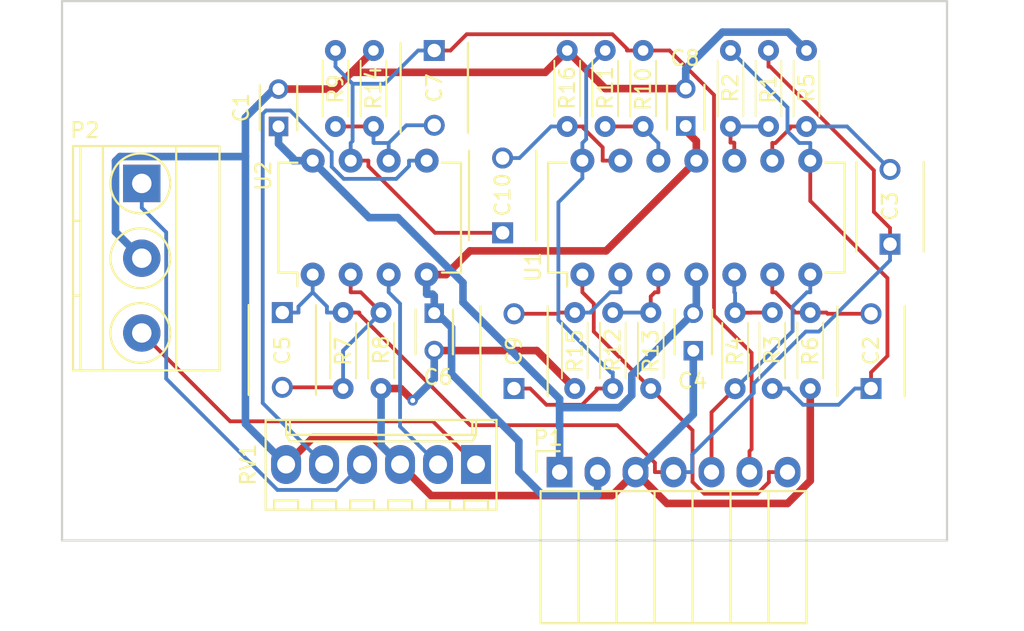
<source format=kicad_pcb>
(kicad_pcb (version 20171130) (host pcbnew "(5.1.12)-1")

  (general
    (thickness 1.6)
    (drawings 4)
    (tracks 270)
    (zones 0)
    (modules 35)
    (nets 24)
  )

  (page USLetter)
  (layers
    (0 F.Cu signal)
    (31 B.Cu signal)
    (32 B.Adhes user)
    (33 F.Adhes user)
    (34 B.Paste user)
    (35 F.Paste user)
    (36 B.SilkS user)
    (37 F.SilkS user)
    (38 B.Mask user)
    (39 F.Mask user)
    (40 Dwgs.User user)
    (41 Cmts.User user)
    (42 Eco1.User user)
    (43 Eco2.User user)
    (44 Edge.Cuts user)
    (45 Margin user)
    (46 B.CrtYd user)
    (47 F.CrtYd user)
    (48 B.Fab user)
    (49 F.Fab user)
  )

  (setup
    (last_trace_width 0.254)
    (trace_clearance 0.254)
    (zone_clearance 0.508)
    (zone_45_only no)
    (trace_min 0.1524)
    (via_size 0.6858)
    (via_drill 0.3302)
    (via_min_size 0.6858)
    (via_min_drill 0.3302)
    (uvia_size 0.127)
    (uvia_drill 0.0254)
    (uvias_allowed no)
    (uvia_min_size 0)
    (uvia_min_drill 0)
    (edge_width 0.15)
    (segment_width 0.2)
    (pcb_text_width 0.3)
    (pcb_text_size 1.5 1.5)
    (mod_edge_width 0.15)
    (mod_text_size 1 1)
    (mod_text_width 0.15)
    (pad_size 1.524 1.524)
    (pad_drill 0.762)
    (pad_to_mask_clearance 0.2)
    (aux_axis_origin 0 0)
    (visible_elements 7FFFFFFF)
    (pcbplotparams
      (layerselection 0x00030_80000001)
      (usegerberextensions false)
      (usegerberattributes true)
      (usegerberadvancedattributes true)
      (creategerberjobfile true)
      (excludeedgelayer true)
      (linewidth 0.100000)
      (plotframeref false)
      (viasonmask false)
      (mode 1)
      (useauxorigin false)
      (hpglpennumber 1)
      (hpglpenspeed 20)
      (hpglpendiameter 15.000000)
      (psnegative false)
      (psa4output false)
      (plotreference true)
      (plotvalue true)
      (plotinvisibletext false)
      (padsonsilk false)
      (subtractmaskfromsilk false)
      (outputformat 1)
      (mirror false)
      (drillshape 0)
      (scaleselection 1)
      (outputdirectory ""))
  )

  (net 0 "")
  (net 1 GND)
  (net 2 "Net-(C7-Pad2)")
  (net 3 "Net-(RV1-Pad2)")
  (net 4 "Net-(RV1-Pad5)")
  (net 5 /left_in)
  (net 6 "Net-(R1-Pad1)")
  (net 7 "Net-(C2-Pad1)")
  (net 8 "Net-(C2-Pad2)")
  (net 9 /left_bass)
  (net 10 /right_bass)
  (net 11 /left_tweet)
  (net 12 /right_tweet)
  (net 13 "Net-(R3-Pad1)")
  (net 14 /right_in)
  (net 15 "Net-(C3-Pad2)")
  (net 16 "Net-(C5-Pad2)")
  (net 17 "Net-(C9-Pad1)")
  (net 18 "Net-(C9-Pad2)")
  (net 19 "Net-(C10-Pad2)")
  (net 20 "Net-(R10-Pad1)")
  (net 21 "Net-(R12-Pad1)")
  (net 22 +15V)
  (net 23 -15V)

  (net_class Default "This is the default net class."
    (clearance 0.254)
    (trace_width 0.254)
    (via_dia 0.6858)
    (via_drill 0.3302)
    (uvia_dia 0.127)
    (uvia_drill 0.0254)
    (add_net /left_bass)
    (add_net /left_in)
    (add_net /left_tweet)
    (add_net /right_bass)
    (add_net /right_in)
    (add_net /right_tweet)
    (add_net "Net-(C10-Pad2)")
    (add_net "Net-(C2-Pad1)")
    (add_net "Net-(C2-Pad2)")
    (add_net "Net-(C3-Pad2)")
    (add_net "Net-(C5-Pad2)")
    (add_net "Net-(C7-Pad2)")
    (add_net "Net-(C9-Pad1)")
    (add_net "Net-(C9-Pad2)")
    (add_net "Net-(R1-Pad1)")
    (add_net "Net-(R10-Pad1)")
    (add_net "Net-(R12-Pad1)")
    (add_net "Net-(R3-Pad1)")
    (add_net "Net-(RV1-Pad2)")
    (add_net "Net-(RV1-Pad5)")
  )

  (net_class Power ""
    (clearance 0.254)
    (trace_width 0.508)
    (via_dia 0.6858)
    (via_drill 0.3302)
    (uvia_dia 0.127)
    (uvia_drill 0.0254)
    (add_net +15V)
    (add_net -15V)
    (add_net GND)
  )

  (module scimpy_library:R_Axial_DIN0204_L3.6mm_D1.6mm_P5.08mm_Horizontal (layer F.Cu) (tedit 591430C4) (tstamp 590D38B7)
    (at 62.23 19.05 270)
    (descr "Resistor, Axial_DIN0204 series, Axial, Horizontal, pin pitch=5.08mm, 0.16666666666666666W = 1/6W, length*diameter=3.6*1.6mm^2, http://cdn-reichelt.de/documents/datenblatt/B400/1_4W%23YAG.pdf")
    (tags "Resistor Axial_DIN0204 series Axial Horizontal pin pitch 5.08mm 0.16666666666666666W = 1/6W length 3.6mm diameter 1.6mm")
    (path /590D15E8)
    (fp_text reference R16 (at 2.5 0 270) (layer F.SilkS)
      (effects (font (size 1 1) (thickness 0.15)))
    )
    (fp_text value Rph (at 2.54 1.86 270) (layer F.Fab)
      (effects (font (size 1 1) (thickness 0.15)))
    )
    (fp_line (start 0.74 -0.8) (end 0.74 0.8) (layer F.Fab) (width 0.1))
    (fp_line (start 0.74 0.8) (end 4.34 0.8) (layer F.Fab) (width 0.1))
    (fp_line (start 4.34 0.8) (end 4.34 -0.8) (layer F.Fab) (width 0.1))
    (fp_line (start 4.34 -0.8) (end 0.74 -0.8) (layer F.Fab) (width 0.1))
    (fp_line (start 0 0) (end 0.74 0) (layer F.Fab) (width 0.1))
    (fp_line (start 5.08 0) (end 4.34 0) (layer F.Fab) (width 0.1))
    (fp_line (start 0.68 -0.86) (end 4.4 -0.86) (layer F.SilkS) (width 0.12))
    (fp_line (start 0.68 0.86) (end 4.4 0.86) (layer F.SilkS) (width 0.12))
    (fp_line (start -0.95 -1.15) (end -0.95 1.15) (layer F.CrtYd) (width 0.05))
    (fp_line (start -0.95 1.15) (end 6.05 1.15) (layer F.CrtYd) (width 0.05))
    (fp_line (start 6.05 1.15) (end 6.05 -1.15) (layer F.CrtYd) (width 0.05))
    (fp_line (start 6.05 -1.15) (end -0.95 -1.15) (layer F.CrtYd) (width 0.05))
    (pad 1 thru_hole circle (at 0 0 270) (size 1.4 1.4) (drill 0.7) (layers *.Cu *.Mask)
      (net 1 GND))
    (pad 2 thru_hole oval (at 5.08 0 270) (size 1.4 1.4) (drill 0.7) (layers *.Cu *.Mask)
      (net 19 "Net-(C10-Pad2)"))
    (model Resistors_THT.3dshapes/R_Axial_DIN0204_L3.6mm_D1.6mm_P5.08mm_Horizontal.wrl
      (at (xyz 0 0 0))
      (scale (xyz 0.393701 0.393701 0.393701))
      (rotate (xyz 0 0 0))
    )
    (model ../../../../../home/showard/scimpy/scimpy/boards/3dshapes/Resistors_THT.3dshapes/R_Axial_DIN0204_L3.6mm_D1.6mm_P5.08mm_Horizontal.wrl
      (at (xyz 0 0 0))
      (scale (xyz 0.393701 0.393701 0.393701))
      (rotate (xyz 0 0 0))
    )
  )

  (module Mounting_Holes:MountingHole_3.2mm_M3 (layer F.Cu) (tedit 592CAE73) (tstamp 59123CC5)
    (at 33.782 46.99)
    (descr "Mounting Hole 3.2mm, no annular, M3")
    (tags "mounting hole 3.2mm no annular m3")
    (fp_text reference mnt1 (at 0 -4.2) (layer F.SilkS) hide
      (effects (font (size 1 1) (thickness 0.15)))
    )
    (fp_text value MountingHole_3.2mm_M3 (at 0 4.2) (layer F.Fab)
      (effects (font (size 1 1) (thickness 0.15)))
    )
    (fp_circle (center 0 0) (end 3.2 0) (layer Cmts.User) (width 0.15))
    (fp_circle (center 0 0) (end 3.45 0) (layer F.CrtYd) (width 0.05))
    (pad 1 np_thru_hole circle (at 0 0) (size 3.2 3.2) (drill 3.2) (layers *.Cu *.Mask))
  )

  (module Mounting_Holes:MountingHole_3.2mm_M3 (layer F.Cu) (tedit 592CAE8A) (tstamp 59123CB8)
    (at 33.782 19.558)
    (descr "Mounting Hole 3.2mm, no annular, M3")
    (tags "mounting hole 3.2mm no annular m3")
    (fp_text reference REF** (at 0 -4.2) (layer F.SilkS) hide
      (effects (font (size 1 1) (thickness 0.15)))
    )
    (fp_text value MountingHole_3.2mm_M3 (at 0 4.2) (layer F.Fab)
      (effects (font (size 1 1) (thickness 0.15)))
    )
    (fp_circle (center 0 0) (end 3.2 0) (layer Cmts.User) (width 0.15))
    (fp_circle (center 0 0) (end 3.45 0) (layer F.CrtYd) (width 0.05))
    (pad 1 np_thru_hole circle (at 0 0) (size 3.2 3.2) (drill 3.2) (layers *.Cu *.Mask))
  )

  (module Mounting_Holes:MountingHole_3.2mm_M3 (layer F.Cu) (tedit 592CAE85) (tstamp 59123C4B)
    (at 83.312 19.558)
    (descr "Mounting Hole 3.2mm, no annular, M3")
    (tags "mounting hole 3.2mm no annular m3")
    (fp_text reference mnt3 (at 0 -4.2) (layer F.SilkS) hide
      (effects (font (size 1 1) (thickness 0.15)))
    )
    (fp_text value MountingHole_3.2mm_M3 (at 0 4.2) (layer F.Fab)
      (effects (font (size 1 1) (thickness 0.15)))
    )
    (fp_circle (center 0 0) (end 3.2 0) (layer Cmts.User) (width 0.15))
    (fp_circle (center 0 0) (end 3.45 0) (layer F.CrtYd) (width 0.05))
    (pad 1 np_thru_hole circle (at 0 0) (size 3.2 3.2) (drill 3.2) (layers *.Cu *.Mask))
  )

  (module Mounting_Holes:MountingHole_3.2mm_M3 (layer F.Cu) (tedit 592CAE77) (tstamp 59123BFD)
    (at 83.312 46.99)
    (descr "Mounting Hole 3.2mm, no annular, M3")
    (tags "mounting hole 3.2mm no annular m3")
    (fp_text reference mnt2 (at 0 -4.2) (layer F.SilkS) hide
      (effects (font (size 1 1) (thickness 0.15)))
    )
    (fp_text value MountingHole_3.2mm_M3 (at 0 4.2) (layer F.Fab)
      (effects (font (size 1 1) (thickness 0.15)))
    )
    (fp_circle (center 0 0) (end 3.2 0) (layer Cmts.User) (width 0.15))
    (fp_circle (center 0 0) (end 3.45 0) (layer F.CrtYd) (width 0.05))
    (pad 1 np_thru_hole circle (at 0 0) (size 3.2 3.2) (drill 3.2) (layers *.Cu *.Mask))
  )

  (module Socket_Strips:Socket_Strip_Angled_1x07 (layer F.Cu) (tedit 0) (tstamp 59103B6E)
    (at 61.722 47.244)
    (descr "Through hole socket strip")
    (tags "socket strip")
    (path /590D272F)
    (fp_text reference P1 (at -0.762 -2.286) (layer F.SilkS)
      (effects (font (size 1 1) (thickness 0.15)))
    )
    (fp_text value CONN_01X07 (at 0 -2.75) (layer F.Fab)
      (effects (font (size 1 1) (thickness 0.15)))
    )
    (fp_line (start -1.75 -1.5) (end -1.75 10.6) (layer F.CrtYd) (width 0.05))
    (fp_line (start 17 -1.5) (end 17 10.6) (layer F.CrtYd) (width 0.05))
    (fp_line (start -1.75 -1.5) (end 17 -1.5) (layer F.CrtYd) (width 0.05))
    (fp_line (start -1.75 10.6) (end 17 10.6) (layer F.CrtYd) (width 0.05))
    (fp_line (start 13.97 1.27) (end 16.51 1.27) (layer F.SilkS) (width 0.15))
    (fp_line (start 13.97 10.1) (end 16.51 10.1) (layer F.SilkS) (width 0.15))
    (fp_line (start 16.51 10.1) (end 16.51 1.27) (layer F.SilkS) (width 0.15))
    (fp_line (start 13.97 10.1) (end 13.97 1.27) (layer F.SilkS) (width 0.15))
    (fp_line (start 11.43 10.1) (end 13.97 10.1) (layer F.SilkS) (width 0.15))
    (fp_line (start 11.43 1.27) (end 13.97 1.27) (layer F.SilkS) (width 0.15))
    (fp_line (start 8.89 1.27) (end 11.43 1.27) (layer F.SilkS) (width 0.15))
    (fp_line (start 8.89 10.1) (end 11.43 10.1) (layer F.SilkS) (width 0.15))
    (fp_line (start 11.43 10.1) (end 11.43 1.27) (layer F.SilkS) (width 0.15))
    (fp_line (start 8.89 10.1) (end 8.89 1.27) (layer F.SilkS) (width 0.15))
    (fp_line (start 6.35 10.1) (end 8.89 10.1) (layer F.SilkS) (width 0.15))
    (fp_line (start 6.35 1.27) (end 8.89 1.27) (layer F.SilkS) (width 0.15))
    (fp_line (start 3.81 1.27) (end 6.35 1.27) (layer F.SilkS) (width 0.15))
    (fp_line (start 3.81 10.1) (end 6.35 10.1) (layer F.SilkS) (width 0.15))
    (fp_line (start 6.35 10.1) (end 6.35 1.27) (layer F.SilkS) (width 0.15))
    (fp_line (start 3.81 10.1) (end 3.81 1.27) (layer F.SilkS) (width 0.15))
    (fp_line (start 1.27 10.1) (end 3.81 10.1) (layer F.SilkS) (width 0.15))
    (fp_line (start 1.27 1.27) (end 1.27 10.1) (layer F.SilkS) (width 0.15))
    (fp_line (start 1.27 1.27) (end 3.81 1.27) (layer F.SilkS) (width 0.15))
    (fp_line (start -1.27 1.27) (end 1.27 1.27) (layer F.SilkS) (width 0.15))
    (fp_line (start 0 -1.4) (end -1.55 -1.4) (layer F.SilkS) (width 0.15))
    (fp_line (start -1.55 -1.4) (end -1.55 0) (layer F.SilkS) (width 0.15))
    (fp_line (start -1.27 1.27) (end -1.27 10.1) (layer F.SilkS) (width 0.15))
    (fp_line (start -1.27 10.1) (end 1.27 10.1) (layer F.SilkS) (width 0.15))
    (fp_line (start 1.27 10.1) (end 1.27 1.27) (layer F.SilkS) (width 0.15))
    (pad 1 thru_hole rect (at 0 0) (size 1.7272 2.032) (drill 1.016) (layers *.Cu *.Mask)
      (net 22 +15V))
    (pad 2 thru_hole oval (at 2.54 0) (size 1.7272 2.032) (drill 1.016) (layers *.Cu *.Mask)
      (net 23 -15V))
    (pad 3 thru_hole oval (at 5.08 0) (size 1.7272 2.032) (drill 1.016) (layers *.Cu *.Mask)
      (net 1 GND))
    (pad 4 thru_hole oval (at 7.62 0) (size 1.7272 2.032) (drill 1.016) (layers *.Cu *.Mask)
      (net 9 /left_bass))
    (pad 5 thru_hole oval (at 10.16 0) (size 1.7272 2.032) (drill 1.016) (layers *.Cu *.Mask)
      (net 11 /left_tweet))
    (pad 6 thru_hole oval (at 12.7 0) (size 1.7272 2.032) (drill 1.016) (layers *.Cu *.Mask)
      (net 10 /right_bass))
    (pad 7 thru_hole oval (at 15.24 0) (size 1.7272 2.032) (drill 1.016) (layers *.Cu *.Mask)
      (net 12 /right_tweet))
    (model Socket_Strips.3dshapes/Socket_Strip_Angled_1x07.wrl
      (offset (xyz 7.619999885559082 0 0))
      (scale (xyz 1 1 1))
      (rotate (xyz 0 0 180))
    )
  )

  (module Housings_DIP:DIP-8_W7.62mm (layer F.Cu) (tedit 54130A77) (tstamp 590D38C9)
    (at 45.212 34.036 90)
    (descr "8-lead dip package, row spacing 7.62 mm (300 mils)")
    (tags "dil dip 2.54 300")
    (path /58E6EA22)
    (fp_text reference U2 (at 6.604 -3.302 90) (layer F.SilkS)
      (effects (font (size 1 1) (thickness 0.15)))
    )
    (fp_text value TL072 (at 0 -3.72 90) (layer F.Fab)
      (effects (font (size 1 1) (thickness 0.15)))
    )
    (fp_line (start -1.05 -2.45) (end -1.05 10.1) (layer F.CrtYd) (width 0.05))
    (fp_line (start 8.65 -2.45) (end 8.65 10.1) (layer F.CrtYd) (width 0.05))
    (fp_line (start -1.05 -2.45) (end 8.65 -2.45) (layer F.CrtYd) (width 0.05))
    (fp_line (start -1.05 10.1) (end 8.65 10.1) (layer F.CrtYd) (width 0.05))
    (fp_line (start 0.135 -2.295) (end 0.135 -1.025) (layer F.SilkS) (width 0.15))
    (fp_line (start 7.485 -2.295) (end 7.485 -1.025) (layer F.SilkS) (width 0.15))
    (fp_line (start 7.485 9.915) (end 7.485 8.645) (layer F.SilkS) (width 0.15))
    (fp_line (start 0.135 9.915) (end 0.135 8.645) (layer F.SilkS) (width 0.15))
    (fp_line (start 0.135 -2.295) (end 7.485 -2.295) (layer F.SilkS) (width 0.15))
    (fp_line (start 0.135 9.915) (end 7.485 9.915) (layer F.SilkS) (width 0.15))
    (fp_line (start 0.135 -1.025) (end -0.8 -1.025) (layer F.SilkS) (width 0.15))
    (pad 1 thru_hole oval (at 0 0 90) (size 1.6 1.6) (drill 0.8) (layers *.Cu *.Mask)
      (net 9 /left_bass))
    (pad 2 thru_hole oval (at 0 2.54 90) (size 1.6 1.6) (drill 0.8) (layers *.Cu *.Mask)
      (net 16 "Net-(C5-Pad2)"))
    (pad 3 thru_hole oval (at 0 5.08 90) (size 1.6 1.6) (drill 0.8) (layers *.Cu *.Mask)
      (net 3 "Net-(RV1-Pad2)"))
    (pad 4 thru_hole oval (at 0 7.62 90) (size 1.6 1.6) (drill 0.8) (layers *.Cu *.Mask)
      (net 23 -15V))
    (pad 5 thru_hole oval (at 7.62 7.62 90) (size 1.6 1.6) (drill 0.8) (layers *.Cu *.Mask)
      (net 4 "Net-(RV1-Pad5)"))
    (pad 6 thru_hole oval (at 7.62 5.08 90) (size 1.6 1.6) (drill 0.8) (layers *.Cu *.Mask)
      (net 2 "Net-(C7-Pad2)"))
    (pad 7 thru_hole oval (at 7.62 2.54 90) (size 1.6 1.6) (drill 0.8) (layers *.Cu *.Mask)
      (net 10 /right_bass))
    (pad 8 thru_hole oval (at 7.62 0 90) (size 1.6 1.6) (drill 0.8) (layers *.Cu *.Mask)
      (net 22 +15V))
    (model Housings_DIP.3dshapes/DIP-8_W7.62mm.wrl
      (at (xyz 0 0 0))
      (scale (xyz 1 1 1))
      (rotate (xyz 0 0 0))
    )
  )

  (module Housings_DIP:DIP-14_W7.62mm (layer F.Cu) (tedit 54130A77) (tstamp 590D38B8)
    (at 63.246 34.036 90)
    (descr "14-lead dip package, row spacing 7.62 mm (300 mils)")
    (tags "dil dip 2.54 300")
    (path /590D1545)
    (fp_text reference U1 (at 0.508 -3.302 90) (layer F.SilkS)
      (effects (font (size 1 1) (thickness 0.15)))
    )
    (fp_text value TL074 (at 0 -3.72 90) (layer F.Fab)
      (effects (font (size 1 1) (thickness 0.15)))
    )
    (fp_line (start -1.05 -2.45) (end -1.05 17.7) (layer F.CrtYd) (width 0.05))
    (fp_line (start 8.65 -2.45) (end 8.65 17.7) (layer F.CrtYd) (width 0.05))
    (fp_line (start -1.05 -2.45) (end 8.65 -2.45) (layer F.CrtYd) (width 0.05))
    (fp_line (start -1.05 17.7) (end 8.65 17.7) (layer F.CrtYd) (width 0.05))
    (fp_line (start 0.135 -2.295) (end 0.135 -1.025) (layer F.SilkS) (width 0.15))
    (fp_line (start 7.485 -2.295) (end 7.485 -1.025) (layer F.SilkS) (width 0.15))
    (fp_line (start 7.485 17.535) (end 7.485 16.265) (layer F.SilkS) (width 0.15))
    (fp_line (start 0.135 17.535) (end 0.135 16.265) (layer F.SilkS) (width 0.15))
    (fp_line (start 0.135 -2.295) (end 7.485 -2.295) (layer F.SilkS) (width 0.15))
    (fp_line (start 0.135 17.535) (end 7.485 17.535) (layer F.SilkS) (width 0.15))
    (fp_line (start 0.135 -1.025) (end -0.8 -1.025) (layer F.SilkS) (width 0.15))
    (pad 1 thru_hole oval (at 0 0 90) (size 1.6 1.6) (drill 0.8) (layers *.Cu *.Mask)
      (net 12 /right_tweet))
    (pad 2 thru_hole oval (at 0 2.54 90) (size 1.6 1.6) (drill 0.8) (layers *.Cu *.Mask)
      (net 18 "Net-(C9-Pad2)"))
    (pad 3 thru_hole oval (at 0 5.08 90) (size 1.6 1.6) (drill 0.8) (layers *.Cu *.Mask)
      (net 21 "Net-(R12-Pad1)"))
    (pad 4 thru_hole oval (at 0 7.62 90) (size 1.6 1.6) (drill 0.8) (layers *.Cu *.Mask)
      (net 22 +15V))
    (pad 5 thru_hole oval (at 0 10.16 90) (size 1.6 1.6) (drill 0.8) (layers *.Cu *.Mask)
      (net 13 "Net-(R3-Pad1)"))
    (pad 6 thru_hole oval (at 0 12.7 90) (size 1.6 1.6) (drill 0.8) (layers *.Cu *.Mask)
      (net 8 "Net-(C2-Pad2)"))
    (pad 7 thru_hole oval (at 0 15.24 90) (size 1.6 1.6) (drill 0.8) (layers *.Cu *.Mask)
      (net 11 /left_tweet))
    (pad 8 thru_hole oval (at 7.62 15.24 90) (size 1.6 1.6) (drill 0.8) (layers *.Cu *.Mask)
      (net 7 "Net-(C2-Pad1)"))
    (pad 9 thru_hole oval (at 7.62 12.7 90) (size 1.6 1.6) (drill 0.8) (layers *.Cu *.Mask)
      (net 15 "Net-(C3-Pad2)"))
    (pad 10 thru_hole oval (at 7.62 10.16 90) (size 1.6 1.6) (drill 0.8) (layers *.Cu *.Mask)
      (net 6 "Net-(R1-Pad1)"))
    (pad 11 thru_hole oval (at 7.62 7.62 90) (size 1.6 1.6) (drill 0.8) (layers *.Cu *.Mask)
      (net 23 -15V))
    (pad 12 thru_hole oval (at 7.62 5.08 90) (size 1.6 1.6) (drill 0.8) (layers *.Cu *.Mask)
      (net 20 "Net-(R10-Pad1)"))
    (pad 13 thru_hole oval (at 7.62 2.54 90) (size 1.6 1.6) (drill 0.8) (layers *.Cu *.Mask)
      (net 19 "Net-(C10-Pad2)"))
    (pad 14 thru_hole oval (at 7.62 0 90) (size 1.6 1.6) (drill 0.8) (layers *.Cu *.Mask)
      (net 17 "Net-(C9-Pad1)"))
    (model Housings_DIP.3dshapes/DIP-14_W7.62mm.wrl
      (at (xyz 0 0 0))
      (scale (xyz 1 1 1))
      (rotate (xyz 0 0 0))
    )
  )

  (module scimpy_library:R_Axial_DIN0204_L3.6mm_D1.6mm_P5.08mm_Horizontal (layer F.Cu) (tedit 591430C4) (tstamp 590D38A5)
    (at 62.738 41.656 90)
    (descr "Resistor, Axial_DIN0204 series, Axial, Horizontal, pin pitch=5.08mm, 0.16666666666666666W = 1/6W, length*diameter=3.6*1.6mm^2, http://cdn-reichelt.de/documents/datenblatt/B400/1_4W%23YAG.pdf")
    (tags "Resistor Axial_DIN0204 series Axial Horizontal pin pitch 5.08mm 0.16666666666666666W = 1/6W length 3.6mm diameter 1.6mm")
    (path /590D1623)
    (fp_text reference R15 (at 2.5 0 90) (layer F.SilkS)
      (effects (font (size 1 1) (thickness 0.15)))
    )
    (fp_text value Rph (at 2.54 1.86 90) (layer F.Fab)
      (effects (font (size 1 1) (thickness 0.15)))
    )
    (fp_line (start 0.74 -0.8) (end 0.74 0.8) (layer F.Fab) (width 0.1))
    (fp_line (start 0.74 0.8) (end 4.34 0.8) (layer F.Fab) (width 0.1))
    (fp_line (start 4.34 0.8) (end 4.34 -0.8) (layer F.Fab) (width 0.1))
    (fp_line (start 4.34 -0.8) (end 0.74 -0.8) (layer F.Fab) (width 0.1))
    (fp_line (start 0 0) (end 0.74 0) (layer F.Fab) (width 0.1))
    (fp_line (start 5.08 0) (end 4.34 0) (layer F.Fab) (width 0.1))
    (fp_line (start 0.68 -0.86) (end 4.4 -0.86) (layer F.SilkS) (width 0.12))
    (fp_line (start 0.68 0.86) (end 4.4 0.86) (layer F.SilkS) (width 0.12))
    (fp_line (start -0.95 -1.15) (end -0.95 1.15) (layer F.CrtYd) (width 0.05))
    (fp_line (start -0.95 1.15) (end 6.05 1.15) (layer F.CrtYd) (width 0.05))
    (fp_line (start 6.05 1.15) (end 6.05 -1.15) (layer F.CrtYd) (width 0.05))
    (fp_line (start 6.05 -1.15) (end -0.95 -1.15) (layer F.CrtYd) (width 0.05))
    (pad 1 thru_hole circle (at 0 0 90) (size 1.4 1.4) (drill 0.7) (layers *.Cu *.Mask)
      (net 1 GND))
    (pad 2 thru_hole oval (at 5.08 0 90) (size 1.4 1.4) (drill 0.7) (layers *.Cu *.Mask)
      (net 18 "Net-(C9-Pad2)"))
    (model Resistors_THT.3dshapes/R_Axial_DIN0204_L3.6mm_D1.6mm_P5.08mm_Horizontal.wrl
      (at (xyz 0 0 0))
      (scale (xyz 0.393701 0.393701 0.393701))
      (rotate (xyz 0 0 0))
    )
    (model ../../../../../home/showard/scimpy/scimpy/boards/3dshapes/Resistors_THT.3dshapes/R_Axial_DIN0204_L3.6mm_D1.6mm_P5.08mm_Horizontal.wrl
      (at (xyz 0 0 0))
      (scale (xyz 0.393701 0.393701 0.393701))
      (rotate (xyz 0 0 0))
    )
  )

  (module scimpy_library:R_Axial_DIN0204_L3.6mm_D1.6mm_P5.08mm_Horizontal (layer F.Cu) (tedit 591430C4) (tstamp 590D3893)
    (at 49.276 19.05 270)
    (descr "Resistor, Axial_DIN0204 series, Axial, Horizontal, pin pitch=5.08mm, 0.16666666666666666W = 1/6W, length*diameter=3.6*1.6mm^2, http://cdn-reichelt.de/documents/datenblatt/B400/1_4W%23YAG.pdf")
    (tags "Resistor Axial_DIN0204 series Axial Horizontal pin pitch 5.08mm 0.16666666666666666W = 1/6W length 3.6mm diameter 1.6mm")
    (path /59026A5E)
    (fp_text reference R14 (at 2.5 0 270) (layer F.SilkS)
      (effects (font (size 1 1) (thickness 0.15)))
    )
    (fp_text value Rbs2 (at 2.54 1.86 270) (layer F.Fab)
      (effects (font (size 1 1) (thickness 0.15)))
    )
    (fp_line (start 0.74 -0.8) (end 0.74 0.8) (layer F.Fab) (width 0.1))
    (fp_line (start 0.74 0.8) (end 4.34 0.8) (layer F.Fab) (width 0.1))
    (fp_line (start 4.34 0.8) (end 4.34 -0.8) (layer F.Fab) (width 0.1))
    (fp_line (start 4.34 -0.8) (end 0.74 -0.8) (layer F.Fab) (width 0.1))
    (fp_line (start 0 0) (end 0.74 0) (layer F.Fab) (width 0.1))
    (fp_line (start 5.08 0) (end 4.34 0) (layer F.Fab) (width 0.1))
    (fp_line (start 0.68 -0.86) (end 4.4 -0.86) (layer F.SilkS) (width 0.12))
    (fp_line (start 0.68 0.86) (end 4.4 0.86) (layer F.SilkS) (width 0.12))
    (fp_line (start -0.95 -1.15) (end -0.95 1.15) (layer F.CrtYd) (width 0.05))
    (fp_line (start -0.95 1.15) (end 6.05 1.15) (layer F.CrtYd) (width 0.05))
    (fp_line (start 6.05 1.15) (end 6.05 -1.15) (layer F.CrtYd) (width 0.05))
    (fp_line (start 6.05 -1.15) (end -0.95 -1.15) (layer F.CrtYd) (width 0.05))
    (pad 1 thru_hole circle (at 0 0 270) (size 1.4 1.4) (drill 0.7) (layers *.Cu *.Mask)
      (net 1 GND))
    (pad 2 thru_hole oval (at 5.08 0 270) (size 1.4 1.4) (drill 0.7) (layers *.Cu *.Mask)
      (net 2 "Net-(C7-Pad2)"))
    (model Resistors_THT.3dshapes/R_Axial_DIN0204_L3.6mm_D1.6mm_P5.08mm_Horizontal.wrl
      (at (xyz 0 0 0))
      (scale (xyz 0.393701 0.393701 0.393701))
      (rotate (xyz 0 0 0))
    )
    (model ../../../../../home/showard/scimpy/scimpy/boards/3dshapes/Resistors_THT.3dshapes/R_Axial_DIN0204_L3.6mm_D1.6mm_P5.08mm_Horizontal.wrl
      (at (xyz 0 0 0))
      (scale (xyz 0.393701 0.393701 0.393701))
      (rotate (xyz 0 0 0))
    )
  )

  (module scimpy_library:R_Axial_DIN0204_L3.6mm_D1.6mm_P5.08mm_Horizontal (layer F.Cu) (tedit 591430C4) (tstamp 590D3881)
    (at 67.818 41.656 90)
    (descr "Resistor, Axial_DIN0204 series, Axial, Horizontal, pin pitch=5.08mm, 0.16666666666666666W = 1/6W, length*diameter=3.6*1.6mm^2, http://cdn-reichelt.de/documents/datenblatt/B400/1_4W%23YAG.pdf")
    (tags "Resistor Axial_DIN0204 series Axial Horizontal pin pitch 5.08mm 0.16666666666666666W = 1/6W length 3.6mm diameter 1.6mm")
    (path /590D1641)
    (fp_text reference R13 (at 2.5 0 90) (layer F.SilkS)
      (effects (font (size 1 1) (thickness 0.15)))
    )
    (fp_text value 2K2 (at 2.54 1.86 90) (layer F.Fab)
      (effects (font (size 1 1) (thickness 0.15)))
    )
    (fp_line (start 0.74 -0.8) (end 0.74 0.8) (layer F.Fab) (width 0.1))
    (fp_line (start 0.74 0.8) (end 4.34 0.8) (layer F.Fab) (width 0.1))
    (fp_line (start 4.34 0.8) (end 4.34 -0.8) (layer F.Fab) (width 0.1))
    (fp_line (start 4.34 -0.8) (end 0.74 -0.8) (layer F.Fab) (width 0.1))
    (fp_line (start 0 0) (end 0.74 0) (layer F.Fab) (width 0.1))
    (fp_line (start 5.08 0) (end 4.34 0) (layer F.Fab) (width 0.1))
    (fp_line (start 0.68 -0.86) (end 4.4 -0.86) (layer F.SilkS) (width 0.12))
    (fp_line (start 0.68 0.86) (end 4.4 0.86) (layer F.SilkS) (width 0.12))
    (fp_line (start -0.95 -1.15) (end -0.95 1.15) (layer F.CrtYd) (width 0.05))
    (fp_line (start -0.95 1.15) (end 6.05 1.15) (layer F.CrtYd) (width 0.05))
    (fp_line (start 6.05 1.15) (end 6.05 -1.15) (layer F.CrtYd) (width 0.05))
    (fp_line (start 6.05 -1.15) (end -0.95 -1.15) (layer F.CrtYd) (width 0.05))
    (pad 1 thru_hole circle (at 0 0 90) (size 1.4 1.4) (drill 0.7) (layers *.Cu *.Mask)
      (net 12 /right_tweet))
    (pad 2 thru_hole oval (at 5.08 0 90) (size 1.4 1.4) (drill 0.7) (layers *.Cu *.Mask)
      (net 21 "Net-(R12-Pad1)"))
    (model Resistors_THT.3dshapes/R_Axial_DIN0204_L3.6mm_D1.6mm_P5.08mm_Horizontal.wrl
      (at (xyz 0 0 0))
      (scale (xyz 0.393701 0.393701 0.393701))
      (rotate (xyz 0 0 0))
    )
    (model ../../../../../home/showard/scimpy/scimpy/boards/3dshapes/Resistors_THT.3dshapes/R_Axial_DIN0204_L3.6mm_D1.6mm_P5.08mm_Horizontal.wrl
      (at (xyz 0 0 0))
      (scale (xyz 0.393701 0.393701 0.393701))
      (rotate (xyz 0 0 0))
    )
  )

  (module Capacitors_ThroughHole:C_Disc_D6_P5 (layer F.Cu) (tedit 0) (tstamp 590D386F)
    (at 57.912 31.242 90)
    (descr "Capacitor 6mm Disc, Pitch 5mm")
    (tags Capacitor)
    (path /590D15EF)
    (fp_text reference C10 (at 2.54 0 90) (layer F.SilkS)
      (effects (font (size 1 1) (thickness 0.15)))
    )
    (fp_text value 100n (at 2.5 3.5 90) (layer F.Fab)
      (effects (font (size 1 1) (thickness 0.15)))
    )
    (fp_line (start -0.95 -2.5) (end 5.95 -2.5) (layer F.CrtYd) (width 0.05))
    (fp_line (start 5.95 -2.5) (end 5.95 2.5) (layer F.CrtYd) (width 0.05))
    (fp_line (start 5.95 2.5) (end -0.95 2.5) (layer F.CrtYd) (width 0.05))
    (fp_line (start -0.95 2.5) (end -0.95 -2.5) (layer F.CrtYd) (width 0.05))
    (fp_line (start -0.5 -2.25) (end 5.5 -2.25) (layer F.SilkS) (width 0.15))
    (fp_line (start 5.5 2.25) (end -0.5 2.25) (layer F.SilkS) (width 0.15))
    (pad 1 thru_hole rect (at 0 0 90) (size 1.4 1.4) (drill 0.9) (layers *.Cu *.Mask)
      (net 10 /right_bass))
    (pad 2 thru_hole circle (at 5 0 90) (size 1.4 1.4) (drill 0.9) (layers *.Cu *.Mask)
      (net 19 "Net-(C10-Pad2)"))
    (model Capacitors_ThroughHole.3dshapes/C_Disc_D6_P5.wrl
      (offset (xyz 2.500000042453766 0 0))
      (scale (xyz 1 1 1))
      (rotate (xyz 0 0 0))
    )
  )

  (module Capacitors_ThroughHole:C_Disc_D6_P5 (layer F.Cu) (tedit 0) (tstamp 590D3863)
    (at 58.674 41.656 90)
    (descr "Capacitor 6mm Disc, Pitch 5mm")
    (tags Capacitor)
    (path /590D162A)
    (fp_text reference C9 (at 2.5 0 90) (layer F.SilkS)
      (effects (font (size 1 1) (thickness 0.15)))
    )
    (fp_text value 100n (at 2.5 3.5 90) (layer F.Fab)
      (effects (font (size 1 1) (thickness 0.15)))
    )
    (fp_line (start -0.95 -2.5) (end 5.95 -2.5) (layer F.CrtYd) (width 0.05))
    (fp_line (start 5.95 -2.5) (end 5.95 2.5) (layer F.CrtYd) (width 0.05))
    (fp_line (start 5.95 2.5) (end -0.95 2.5) (layer F.CrtYd) (width 0.05))
    (fp_line (start -0.95 2.5) (end -0.95 -2.5) (layer F.CrtYd) (width 0.05))
    (fp_line (start -0.5 -2.25) (end 5.5 -2.25) (layer F.SilkS) (width 0.15))
    (fp_line (start 5.5 2.25) (end -0.5 2.25) (layer F.SilkS) (width 0.15))
    (pad 1 thru_hole rect (at 0 0 90) (size 1.4 1.4) (drill 0.9) (layers *.Cu *.Mask)
      (net 17 "Net-(C9-Pad1)"))
    (pad 2 thru_hole circle (at 5 0 90) (size 1.4 1.4) (drill 0.9) (layers *.Cu *.Mask)
      (net 18 "Net-(C9-Pad2)"))
    (model Capacitors_ThroughHole.3dshapes/C_Disc_D6_P5.wrl
      (offset (xyz 2.500000042453766 0 0))
      (scale (xyz 1 1 1))
      (rotate (xyz 0 0 0))
    )
  )

  (module Capacitors_ThroughHole:C_Disc_D3_P2.5 (layer F.Cu) (tedit 0) (tstamp 590D384D)
    (at 70.1559 24.0987 90)
    (descr "Capacitor 3mm Disc, Pitch 2.5mm")
    (tags Capacitor)
    (path /58EE9F0E)
    (fp_text reference C8 (at 4.5407 -0.0519 180) (layer F.SilkS)
      (effects (font (size 1 1) (thickness 0.15)))
    )
    (fp_text value 100n (at 1.25 2.5 90) (layer F.Fab)
      (effects (font (size 1 1) (thickness 0.15)))
    )
    (fp_line (start -0.9 -1.5) (end 3.4 -1.5) (layer F.CrtYd) (width 0.05))
    (fp_line (start 3.4 -1.5) (end 3.4 1.5) (layer F.CrtYd) (width 0.05))
    (fp_line (start 3.4 1.5) (end -0.9 1.5) (layer F.CrtYd) (width 0.05))
    (fp_line (start -0.9 1.5) (end -0.9 -1.5) (layer F.CrtYd) (width 0.05))
    (fp_line (start -0.25 -1.25) (end 2.75 -1.25) (layer F.SilkS) (width 0.15))
    (fp_line (start 2.75 1.25) (end -0.25 1.25) (layer F.SilkS) (width 0.15))
    (pad 1 thru_hole rect (at 0 0 90) (size 1.3 1.3) (drill 0.8) (layers *.Cu *.Mask)
      (net 23 -15V))
    (pad 2 thru_hole circle (at 2.5 0 90) (size 1.3 1.3) (drill 0.8001) (layers *.Cu *.Mask)
      (net 1 GND))
    (model Capacitors_ThroughHole.3dshapes/C_Disc_D3_P2.5.wrl
      (offset (xyz 1.250000021226883 0 0))
      (scale (xyz 1 1 1))
      (rotate (xyz 0 0 0))
    )
  )

  (module Capacitors_ThroughHole:C_Disc_D6_P5 (layer F.Cu) (tedit 0) (tstamp 590D3842)
    (at 43.18 36.576 270)
    (descr "Capacitor 6mm Disc, Pitch 5mm")
    (tags Capacitor)
    (path /590A1DA3)
    (fp_text reference C5 (at 2.54 0 270) (layer F.SilkS)
      (effects (font (size 1 1) (thickness 0.15)))
    )
    (fp_text value 100n (at 2.5 3.5 270) (layer F.Fab)
      (effects (font (size 1 1) (thickness 0.15)))
    )
    (fp_line (start -0.95 -2.5) (end 5.95 -2.5) (layer F.CrtYd) (width 0.05))
    (fp_line (start 5.95 -2.5) (end 5.95 2.5) (layer F.CrtYd) (width 0.05))
    (fp_line (start 5.95 2.5) (end -0.95 2.5) (layer F.CrtYd) (width 0.05))
    (fp_line (start -0.95 2.5) (end -0.95 -2.5) (layer F.CrtYd) (width 0.05))
    (fp_line (start -0.5 -2.25) (end 5.5 -2.25) (layer F.SilkS) (width 0.15))
    (fp_line (start 5.5 2.25) (end -0.5 2.25) (layer F.SilkS) (width 0.15))
    (pad 1 thru_hole rect (at 0 0 270) (size 1.4 1.4) (drill 0.9) (layers *.Cu *.Mask)
      (net 9 /left_bass))
    (pad 2 thru_hole circle (at 5 0 270) (size 1.4 1.4) (drill 0.9) (layers *.Cu *.Mask)
      (net 16 "Net-(C5-Pad2)"))
    (model Capacitors_ThroughHole.3dshapes/C_Disc_D6_P5.wrl
      (offset (xyz 2.500000042453766 0 0))
      (scale (xyz 1 1 1))
      (rotate (xyz 0 0 0))
    )
  )

  (module Capacitors_ThroughHole:C_Disc_D3_P2.5 (layer F.Cu) (tedit 0) (tstamp 590D3837)
    (at 70.6639 39.1247 90)
    (descr "Capacitor 3mm Disc, Pitch 2.5mm")
    (tags Capacitor)
    (path /58EEA412)
    (fp_text reference C4 (at -2.0233 -0.0519 180) (layer F.SilkS)
      (effects (font (size 1 1) (thickness 0.15)))
    )
    (fp_text value 100n (at 1.25 2.5 90) (layer F.Fab)
      (effects (font (size 1 1) (thickness 0.15)))
    )
    (fp_line (start -0.9 -1.5) (end 3.4 -1.5) (layer F.CrtYd) (width 0.05))
    (fp_line (start 3.4 -1.5) (end 3.4 1.5) (layer F.CrtYd) (width 0.05))
    (fp_line (start 3.4 1.5) (end -0.9 1.5) (layer F.CrtYd) (width 0.05))
    (fp_line (start -0.9 1.5) (end -0.9 -1.5) (layer F.CrtYd) (width 0.05))
    (fp_line (start -0.25 -1.25) (end 2.75 -1.25) (layer F.SilkS) (width 0.15))
    (fp_line (start 2.75 1.25) (end -0.25 1.25) (layer F.SilkS) (width 0.15))
    (pad 1 thru_hole rect (at 0 0 90) (size 1.3 1.3) (drill 0.8) (layers *.Cu *.Mask)
      (net 1 GND))
    (pad 2 thru_hole circle (at 2.5 0 90) (size 1.3 1.3) (drill 0.8001) (layers *.Cu *.Mask)
      (net 22 +15V))
    (model Capacitors_ThroughHole.3dshapes/C_Disc_D3_P2.5.wrl
      (offset (xyz 1.250000021226883 0 0))
      (scale (xyz 1 1 1))
      (rotate (xyz 0 0 0))
    )
  )

  (module Capacitors_ThroughHole:C_Disc_D6_P5 (layer F.Cu) (tedit 0) (tstamp 590D382C)
    (at 83.82 32.004 90)
    (descr "Capacitor 6mm Disc, Pitch 5mm")
    (tags Capacitor)
    (path /590D1579)
    (fp_text reference C3 (at 2.54 0 90) (layer F.SilkS)
      (effects (font (size 1 1) (thickness 0.15)))
    )
    (fp_text value 100n (at 2.5 3.5 90) (layer F.Fab)
      (effects (font (size 1 1) (thickness 0.15)))
    )
    (fp_line (start -0.95 -2.5) (end 5.95 -2.5) (layer F.CrtYd) (width 0.05))
    (fp_line (start 5.95 -2.5) (end 5.95 2.5) (layer F.CrtYd) (width 0.05))
    (fp_line (start 5.95 2.5) (end -0.95 2.5) (layer F.CrtYd) (width 0.05))
    (fp_line (start -0.95 2.5) (end -0.95 -2.5) (layer F.CrtYd) (width 0.05))
    (fp_line (start -0.5 -2.25) (end 5.5 -2.25) (layer F.SilkS) (width 0.15))
    (fp_line (start 5.5 2.25) (end -0.5 2.25) (layer F.SilkS) (width 0.15))
    (pad 1 thru_hole rect (at 0 0 90) (size 1.4 1.4) (drill 0.9) (layers *.Cu *.Mask)
      (net 9 /left_bass))
    (pad 2 thru_hole circle (at 5 0 90) (size 1.4 1.4) (drill 0.9) (layers *.Cu *.Mask)
      (net 15 "Net-(C3-Pad2)"))
    (model Capacitors_ThroughHole.3dshapes/C_Disc_D6_P5.wrl
      (offset (xyz 2.500000042453766 0 0))
      (scale (xyz 1 1 1))
      (rotate (xyz 0 0 0))
    )
  )

  (module scimpy_library:R_Axial_DIN0204_L3.6mm_D1.6mm_P5.08mm_Horizontal (layer F.Cu) (tedit 591430C4) (tstamp 590CF2DF)
    (at 75.946 36.576 270)
    (descr "Resistor, Axial_DIN0204 series, Axial, Horizontal, pin pitch=5.08mm, 0.16666666666666666W = 1/6W, length*diameter=3.6*1.6mm^2, http://cdn-reichelt.de/documents/datenblatt/B400/1_4W%23YAG.pdf")
    (tags "Resistor Axial_DIN0204 series Axial Horizontal pin pitch 5.08mm 0.16666666666666666W = 1/6W length 3.6mm diameter 1.6mm")
    (path /590D15C7)
    (fp_text reference R3 (at 2.5 0 270) (layer F.SilkS)
      (effects (font (size 1 1) (thickness 0.15)))
    )
    (fp_text value 2K2 (at 2.54 1.86 270) (layer F.Fab)
      (effects (font (size 1 1) (thickness 0.15)))
    )
    (fp_line (start 0.74 -0.8) (end 0.74 0.8) (layer F.Fab) (width 0.1))
    (fp_line (start 0.74 0.8) (end 4.34 0.8) (layer F.Fab) (width 0.1))
    (fp_line (start 4.34 0.8) (end 4.34 -0.8) (layer F.Fab) (width 0.1))
    (fp_line (start 4.34 -0.8) (end 0.74 -0.8) (layer F.Fab) (width 0.1))
    (fp_line (start 0 0) (end 0.74 0) (layer F.Fab) (width 0.1))
    (fp_line (start 5.08 0) (end 4.34 0) (layer F.Fab) (width 0.1))
    (fp_line (start 0.68 -0.86) (end 4.4 -0.86) (layer F.SilkS) (width 0.12))
    (fp_line (start 0.68 0.86) (end 4.4 0.86) (layer F.SilkS) (width 0.12))
    (fp_line (start -0.95 -1.15) (end -0.95 1.15) (layer F.CrtYd) (width 0.05))
    (fp_line (start -0.95 1.15) (end 6.05 1.15) (layer F.CrtYd) (width 0.05))
    (fp_line (start 6.05 1.15) (end 6.05 -1.15) (layer F.CrtYd) (width 0.05))
    (fp_line (start 6.05 -1.15) (end -0.95 -1.15) (layer F.CrtYd) (width 0.05))
    (pad 1 thru_hole circle (at 0 0 270) (size 1.4 1.4) (drill 0.7) (layers *.Cu *.Mask)
      (net 13 "Net-(R3-Pad1)"))
    (pad 2 thru_hole oval (at 5.08 0 270) (size 1.4 1.4) (drill 0.7) (layers *.Cu *.Mask)
      (net 7 "Net-(C2-Pad1)"))
    (model Resistors_THT.3dshapes/R_Axial_DIN0204_L3.6mm_D1.6mm_P5.08mm_Horizontal.wrl
      (at (xyz 0 0 0))
      (scale (xyz 0.393701 0.393701 0.393701))
      (rotate (xyz 0 0 0))
    )
    (model ../../../../../home/showard/scimpy/scimpy/boards/3dshapes/Resistors_THT.3dshapes/R_Axial_DIN0204_L3.6mm_D1.6mm_P5.08mm_Horizontal.wrl
      (at (xyz 0 0 0))
      (scale (xyz 0.393701 0.393701 0.393701))
      (rotate (xyz 0 0 0))
    )
  )

  (module scimpy_library:R_Axial_DIN0204_L3.6mm_D1.6mm_P5.08mm_Horizontal (layer F.Cu) (tedit 591430C4) (tstamp 590CF2CE)
    (at 73.152 19.05 270)
    (descr "Resistor, Axial_DIN0204 series, Axial, Horizontal, pin pitch=5.08mm, 0.16666666666666666W = 1/6W, length*diameter=3.6*1.6mm^2, http://cdn-reichelt.de/documents/datenblatt/B400/1_4W%23YAG.pdf")
    (tags "Resistor Axial_DIN0204 series Axial Horizontal pin pitch 5.08mm 0.16666666666666666W = 1/6W length 3.6mm diameter 1.6mm")
    (path /590D1592)
    (fp_text reference R2 (at 2.5 0 270) (layer F.SilkS)
      (effects (font (size 1 1) (thickness 0.15)))
    )
    (fp_text value 2K2 (at 2.54 1.86 270) (layer F.Fab)
      (effects (font (size 1 1) (thickness 0.15)))
    )
    (fp_line (start 0.74 -0.8) (end 0.74 0.8) (layer F.Fab) (width 0.1))
    (fp_line (start 0.74 0.8) (end 4.34 0.8) (layer F.Fab) (width 0.1))
    (fp_line (start 4.34 0.8) (end 4.34 -0.8) (layer F.Fab) (width 0.1))
    (fp_line (start 4.34 -0.8) (end 0.74 -0.8) (layer F.Fab) (width 0.1))
    (fp_line (start 0 0) (end 0.74 0) (layer F.Fab) (width 0.1))
    (fp_line (start 5.08 0) (end 4.34 0) (layer F.Fab) (width 0.1))
    (fp_line (start 0.68 -0.86) (end 4.4 -0.86) (layer F.SilkS) (width 0.12))
    (fp_line (start 0.68 0.86) (end 4.4 0.86) (layer F.SilkS) (width 0.12))
    (fp_line (start -0.95 -1.15) (end -0.95 1.15) (layer F.CrtYd) (width 0.05))
    (fp_line (start -0.95 1.15) (end 6.05 1.15) (layer F.CrtYd) (width 0.05))
    (fp_line (start 6.05 1.15) (end 6.05 -1.15) (layer F.CrtYd) (width 0.05))
    (fp_line (start 6.05 -1.15) (end -0.95 -1.15) (layer F.CrtYd) (width 0.05))
    (pad 1 thru_hole circle (at 0 0 270) (size 1.4 1.4) (drill 0.7) (layers *.Cu *.Mask)
      (net 7 "Net-(C2-Pad1)"))
    (pad 2 thru_hole oval (at 5.08 0 270) (size 1.4 1.4) (drill 0.7) (layers *.Cu *.Mask)
      (net 6 "Net-(R1-Pad1)"))
    (model Resistors_THT.3dshapes/R_Axial_DIN0204_L3.6mm_D1.6mm_P5.08mm_Horizontal.wrl
      (at (xyz 0 0 0))
      (scale (xyz 0.393701 0.393701 0.393701))
      (rotate (xyz 0 0 0))
    )
    (model ../../../../../home/showard/scimpy/scimpy/boards/3dshapes/Resistors_THT.3dshapes/R_Axial_DIN0204_L3.6mm_D1.6mm_P5.08mm_Horizontal.wrl
      (at (xyz 0 0 0))
      (scale (xyz 0.393701 0.393701 0.393701))
      (rotate (xyz 0 0 0))
    )
  )

  (module Capacitors_ThroughHole:C_Disc_D6_P5 (layer F.Cu) (tedit 0) (tstamp 590CF297)
    (at 82.55 41.656 90)
    (descr "Capacitor 6mm Disc, Pitch 5mm")
    (tags Capacitor)
    (path /590D15B7)
    (fp_text reference C2 (at 2.54 0 90) (layer F.SilkS)
      (effects (font (size 1 1) (thickness 0.15)))
    )
    (fp_text value 100n (at 2.5 3.5 90) (layer F.Fab)
      (effects (font (size 1 1) (thickness 0.15)))
    )
    (fp_line (start -0.95 -2.5) (end 5.95 -2.5) (layer F.CrtYd) (width 0.05))
    (fp_line (start 5.95 -2.5) (end 5.95 2.5) (layer F.CrtYd) (width 0.05))
    (fp_line (start 5.95 2.5) (end -0.95 2.5) (layer F.CrtYd) (width 0.05))
    (fp_line (start -0.95 2.5) (end -0.95 -2.5) (layer F.CrtYd) (width 0.05))
    (fp_line (start -0.5 -2.25) (end 5.5 -2.25) (layer F.SilkS) (width 0.15))
    (fp_line (start 5.5 2.25) (end -0.5 2.25) (layer F.SilkS) (width 0.15))
    (pad 1 thru_hole rect (at 0 0 90) (size 1.4 1.4) (drill 0.9) (layers *.Cu *.Mask)
      (net 7 "Net-(C2-Pad1)"))
    (pad 2 thru_hole circle (at 5 0 90) (size 1.4 1.4) (drill 0.9) (layers *.Cu *.Mask)
      (net 8 "Net-(C2-Pad2)"))
    (model Capacitors_ThroughHole.3dshapes/C_Disc_D6_P5.wrl
      (offset (xyz 2.500000042453766 0 0))
      (scale (xyz 1 1 1))
      (rotate (xyz 0 0 0))
    )
  )

  (module scimpy_library:R_Axial_DIN0204_L3.6mm_D1.6mm_P5.08mm_Horizontal (layer F.Cu) (tedit 591430C4) (tstamp 590CAA9E)
    (at 75.692 24.13 90)
    (descr "Resistor, Axial_DIN0204 series, Axial, Horizontal, pin pitch=5.08mm, 0.16666666666666666W = 1/6W, length*diameter=3.6*1.6mm^2, http://cdn-reichelt.de/documents/datenblatt/B400/1_4W%23YAG.pdf")
    (tags "Resistor Axial_DIN0204 series Axial Horizontal pin pitch 5.08mm 0.16666666666666666W = 1/6W length 3.6mm diameter 1.6mm")
    (path /590D158B)
    (fp_text reference R1 (at 2.5 0 90) (layer F.SilkS)
      (effects (font (size 1 1) (thickness 0.15)))
    )
    (fp_text value 2K2 (at 2.54 1.86 90) (layer F.Fab)
      (effects (font (size 1 1) (thickness 0.15)))
    )
    (fp_line (start 0.74 -0.8) (end 0.74 0.8) (layer F.Fab) (width 0.1))
    (fp_line (start 0.74 0.8) (end 4.34 0.8) (layer F.Fab) (width 0.1))
    (fp_line (start 4.34 0.8) (end 4.34 -0.8) (layer F.Fab) (width 0.1))
    (fp_line (start 4.34 -0.8) (end 0.74 -0.8) (layer F.Fab) (width 0.1))
    (fp_line (start 0 0) (end 0.74 0) (layer F.Fab) (width 0.1))
    (fp_line (start 5.08 0) (end 4.34 0) (layer F.Fab) (width 0.1))
    (fp_line (start 0.68 -0.86) (end 4.4 -0.86) (layer F.SilkS) (width 0.12))
    (fp_line (start 0.68 0.86) (end 4.4 0.86) (layer F.SilkS) (width 0.12))
    (fp_line (start -0.95 -1.15) (end -0.95 1.15) (layer F.CrtYd) (width 0.05))
    (fp_line (start -0.95 1.15) (end 6.05 1.15) (layer F.CrtYd) (width 0.05))
    (fp_line (start 6.05 1.15) (end 6.05 -1.15) (layer F.CrtYd) (width 0.05))
    (fp_line (start 6.05 -1.15) (end -0.95 -1.15) (layer F.CrtYd) (width 0.05))
    (pad 1 thru_hole circle (at 0 0 90) (size 1.4 1.4) (drill 0.7) (layers *.Cu *.Mask)
      (net 6 "Net-(R1-Pad1)"))
    (pad 2 thru_hole oval (at 5.08 0 90) (size 1.4 1.4) (drill 0.7) (layers *.Cu *.Mask)
      (net 9 /left_bass))
    (model Resistors_THT.3dshapes/R_Axial_DIN0204_L3.6mm_D1.6mm_P5.08mm_Horizontal.wrl
      (at (xyz 0 0 0))
      (scale (xyz 0.393701 0.393701 0.393701))
      (rotate (xyz 0 0 0))
    )
    (model ../../../../../home/showard/scimpy/scimpy/boards/3dshapes/Resistors_THT.3dshapes/R_Axial_DIN0204_L3.6mm_D1.6mm_P5.08mm_Horizontal.wrl
      (at (xyz 0 0 0))
      (scale (xyz 0.393701 0.393701 0.393701))
      (rotate (xyz 0 0 0))
    )
  )

  (module scimpy_library:R_Axial_DIN0204_L3.6mm_D1.6mm_P5.08mm_Horizontal (layer F.Cu) (tedit 591430C4) (tstamp 590BB145)
    (at 65.278 36.576 270)
    (descr "Resistor, Axial_DIN0204 series, Axial, Horizontal, pin pitch=5.08mm, 0.16666666666666666W = 1/6W, length*diameter=3.6*1.6mm^2, http://cdn-reichelt.de/documents/datenblatt/B400/1_4W%23YAG.pdf")
    (tags "Resistor Axial_DIN0204 series Axial Horizontal pin pitch 5.08mm 0.16666666666666666W = 1/6W length 3.6mm diameter 1.6mm")
    (path /590D163A)
    (fp_text reference R12 (at 2.5 0 270) (layer F.SilkS)
      (effects (font (size 1 1) (thickness 0.15)))
    )
    (fp_text value 2K2 (at 2.54 1.86 270) (layer F.Fab)
      (effects (font (size 1 1) (thickness 0.15)))
    )
    (fp_line (start 0.74 -0.8) (end 0.74 0.8) (layer F.Fab) (width 0.1))
    (fp_line (start 0.74 0.8) (end 4.34 0.8) (layer F.Fab) (width 0.1))
    (fp_line (start 4.34 0.8) (end 4.34 -0.8) (layer F.Fab) (width 0.1))
    (fp_line (start 4.34 -0.8) (end 0.74 -0.8) (layer F.Fab) (width 0.1))
    (fp_line (start 0 0) (end 0.74 0) (layer F.Fab) (width 0.1))
    (fp_line (start 5.08 0) (end 4.34 0) (layer F.Fab) (width 0.1))
    (fp_line (start 0.68 -0.86) (end 4.4 -0.86) (layer F.SilkS) (width 0.12))
    (fp_line (start 0.68 0.86) (end 4.4 0.86) (layer F.SilkS) (width 0.12))
    (fp_line (start -0.95 -1.15) (end -0.95 1.15) (layer F.CrtYd) (width 0.05))
    (fp_line (start -0.95 1.15) (end 6.05 1.15) (layer F.CrtYd) (width 0.05))
    (fp_line (start 6.05 1.15) (end 6.05 -1.15) (layer F.CrtYd) (width 0.05))
    (fp_line (start 6.05 -1.15) (end -0.95 -1.15) (layer F.CrtYd) (width 0.05))
    (pad 1 thru_hole circle (at 0 0 270) (size 1.4 1.4) (drill 0.7) (layers *.Cu *.Mask)
      (net 21 "Net-(R12-Pad1)"))
    (pad 2 thru_hole oval (at 5.08 0 270) (size 1.4 1.4) (drill 0.7) (layers *.Cu *.Mask)
      (net 17 "Net-(C9-Pad1)"))
    (model Resistors_THT.3dshapes/R_Axial_DIN0204_L3.6mm_D1.6mm_P5.08mm_Horizontal.wrl
      (at (xyz 0 0 0))
      (scale (xyz 0.393701 0.393701 0.393701))
      (rotate (xyz 0 0 0))
    )
    (model ../../../../../home/showard/scimpy/scimpy/boards/3dshapes/Resistors_THT.3dshapes/R_Axial_DIN0204_L3.6mm_D1.6mm_P5.08mm_Horizontal.wrl
      (at (xyz 0 0 0))
      (scale (xyz 0.393701 0.393701 0.393701))
      (rotate (xyz 0 0 0))
    )
  )

  (module scimpy_library:R_Axial_DIN0204_L3.6mm_D1.6mm_P5.08mm_Horizontal (layer F.Cu) (tedit 591430C4) (tstamp 590BB140)
    (at 64.77 19.05 270)
    (descr "Resistor, Axial_DIN0204 series, Axial, Horizontal, pin pitch=5.08mm, 0.16666666666666666W = 1/6W, length*diameter=3.6*1.6mm^2, http://cdn-reichelt.de/documents/datenblatt/B400/1_4W%23YAG.pdf")
    (tags "Resistor Axial_DIN0204 series Axial Horizontal pin pitch 5.08mm 0.16666666666666666W = 1/6W length 3.6mm diameter 1.6mm")
    (path /590D1607)
    (fp_text reference R11 (at 2.5 0 270) (layer F.SilkS)
      (effects (font (size 1 1) (thickness 0.15)))
    )
    (fp_text value 2K2 (at 2.54 1.86 270) (layer F.Fab)
      (effects (font (size 1 1) (thickness 0.15)))
    )
    (fp_line (start 0.74 -0.8) (end 0.74 0.8) (layer F.Fab) (width 0.1))
    (fp_line (start 0.74 0.8) (end 4.34 0.8) (layer F.Fab) (width 0.1))
    (fp_line (start 4.34 0.8) (end 4.34 -0.8) (layer F.Fab) (width 0.1))
    (fp_line (start 4.34 -0.8) (end 0.74 -0.8) (layer F.Fab) (width 0.1))
    (fp_line (start 0 0) (end 0.74 0) (layer F.Fab) (width 0.1))
    (fp_line (start 5.08 0) (end 4.34 0) (layer F.Fab) (width 0.1))
    (fp_line (start 0.68 -0.86) (end 4.4 -0.86) (layer F.SilkS) (width 0.12))
    (fp_line (start 0.68 0.86) (end 4.4 0.86) (layer F.SilkS) (width 0.12))
    (fp_line (start -0.95 -1.15) (end -0.95 1.15) (layer F.CrtYd) (width 0.05))
    (fp_line (start -0.95 1.15) (end 6.05 1.15) (layer F.CrtYd) (width 0.05))
    (fp_line (start 6.05 1.15) (end 6.05 -1.15) (layer F.CrtYd) (width 0.05))
    (fp_line (start 6.05 -1.15) (end -0.95 -1.15) (layer F.CrtYd) (width 0.05))
    (pad 1 thru_hole circle (at 0 0 270) (size 1.4 1.4) (drill 0.7) (layers *.Cu *.Mask)
      (net 17 "Net-(C9-Pad1)"))
    (pad 2 thru_hole oval (at 5.08 0 270) (size 1.4 1.4) (drill 0.7) (layers *.Cu *.Mask)
      (net 20 "Net-(R10-Pad1)"))
    (model Resistors_THT.3dshapes/R_Axial_DIN0204_L3.6mm_D1.6mm_P5.08mm_Horizontal.wrl
      (at (xyz 0 0 0))
      (scale (xyz 0.393701 0.393701 0.393701))
      (rotate (xyz 0 0 0))
    )
    (model ../../../../../home/showard/scimpy/scimpy/boards/3dshapes/Resistors_THT.3dshapes/R_Axial_DIN0204_L3.6mm_D1.6mm_P5.08mm_Horizontal.wrl
      (at (xyz 0 0 0))
      (scale (xyz 0.393701 0.393701 0.393701))
      (rotate (xyz 0 0 0))
    )
  )

  (module scimpy_library:R_Axial_DIN0204_L3.6mm_D1.6mm_P5.08mm_Horizontal (layer F.Cu) (tedit 591430C4) (tstamp 590BB13B)
    (at 67.31 24.13 90)
    (descr "Resistor, Axial_DIN0204 series, Axial, Horizontal, pin pitch=5.08mm, 0.16666666666666666W = 1/6W, length*diameter=3.6*1.6mm^2, http://cdn-reichelt.de/documents/datenblatt/B400/1_4W%23YAG.pdf")
    (tags "Resistor Axial_DIN0204 series Axial Horizontal pin pitch 5.08mm 0.16666666666666666W = 1/6W length 3.6mm diameter 1.6mm")
    (path /590D1600)
    (fp_text reference R10 (at 2.5 0 90) (layer F.SilkS)
      (effects (font (size 1 1) (thickness 0.15)))
    )
    (fp_text value 2K2 (at 2.54 1.86 90) (layer F.Fab)
      (effects (font (size 1 1) (thickness 0.15)))
    )
    (fp_line (start 0.74 -0.8) (end 0.74 0.8) (layer F.Fab) (width 0.1))
    (fp_line (start 0.74 0.8) (end 4.34 0.8) (layer F.Fab) (width 0.1))
    (fp_line (start 4.34 0.8) (end 4.34 -0.8) (layer F.Fab) (width 0.1))
    (fp_line (start 4.34 -0.8) (end 0.74 -0.8) (layer F.Fab) (width 0.1))
    (fp_line (start 0 0) (end 0.74 0) (layer F.Fab) (width 0.1))
    (fp_line (start 5.08 0) (end 4.34 0) (layer F.Fab) (width 0.1))
    (fp_line (start 0.68 -0.86) (end 4.4 -0.86) (layer F.SilkS) (width 0.12))
    (fp_line (start 0.68 0.86) (end 4.4 0.86) (layer F.SilkS) (width 0.12))
    (fp_line (start -0.95 -1.15) (end -0.95 1.15) (layer F.CrtYd) (width 0.05))
    (fp_line (start -0.95 1.15) (end 6.05 1.15) (layer F.CrtYd) (width 0.05))
    (fp_line (start 6.05 1.15) (end 6.05 -1.15) (layer F.CrtYd) (width 0.05))
    (fp_line (start 6.05 -1.15) (end -0.95 -1.15) (layer F.CrtYd) (width 0.05))
    (pad 1 thru_hole circle (at 0 0 90) (size 1.4 1.4) (drill 0.7) (layers *.Cu *.Mask)
      (net 20 "Net-(R10-Pad1)"))
    (pad 2 thru_hole oval (at 5.08 0 90) (size 1.4 1.4) (drill 0.7) (layers *.Cu *.Mask)
      (net 10 /right_bass))
    (model Resistors_THT.3dshapes/R_Axial_DIN0204_L3.6mm_D1.6mm_P5.08mm_Horizontal.wrl
      (at (xyz 0 0 0))
      (scale (xyz 0.393701 0.393701 0.393701))
      (rotate (xyz 0 0 0))
    )
    (model ../../../../../home/showard/scimpy/scimpy/boards/3dshapes/Resistors_THT.3dshapes/R_Axial_DIN0204_L3.6mm_D1.6mm_P5.08mm_Horizontal.wrl
      (at (xyz 0 0 0))
      (scale (xyz 0.393701 0.393701 0.393701))
      (rotate (xyz 0 0 0))
    )
  )

  (module scimpy_library:R_Axial_DIN0204_L3.6mm_D1.6mm_P5.08mm_Horizontal (layer F.Cu) (tedit 591430C4) (tstamp 590BB136)
    (at 46.736 24.13 90)
    (descr "Resistor, Axial_DIN0204 series, Axial, Horizontal, pin pitch=5.08mm, 0.16666666666666666W = 1/6W, length*diameter=3.6*1.6mm^2, http://cdn-reichelt.de/documents/datenblatt/B400/1_4W%23YAG.pdf")
    (tags "Resistor Axial_DIN0204 series Axial Horizontal pin pitch 5.08mm 0.16666666666666666W = 1/6W length 3.6mm diameter 1.6mm")
    (path /59025368)
    (fp_text reference R9 (at 2.5 0 90) (layer F.SilkS)
      (effects (font (size 1 1) (thickness 0.15)))
    )
    (fp_text value Rbs1 (at 2.54 1.86 90) (layer F.Fab)
      (effects (font (size 1 1) (thickness 0.15)))
    )
    (fp_line (start 0.74 -0.8) (end 0.74 0.8) (layer F.Fab) (width 0.1))
    (fp_line (start 0.74 0.8) (end 4.34 0.8) (layer F.Fab) (width 0.1))
    (fp_line (start 4.34 0.8) (end 4.34 -0.8) (layer F.Fab) (width 0.1))
    (fp_line (start 4.34 -0.8) (end 0.74 -0.8) (layer F.Fab) (width 0.1))
    (fp_line (start 0 0) (end 0.74 0) (layer F.Fab) (width 0.1))
    (fp_line (start 5.08 0) (end 4.34 0) (layer F.Fab) (width 0.1))
    (fp_line (start 0.68 -0.86) (end 4.4 -0.86) (layer F.SilkS) (width 0.12))
    (fp_line (start 0.68 0.86) (end 4.4 0.86) (layer F.SilkS) (width 0.12))
    (fp_line (start -0.95 -1.15) (end -0.95 1.15) (layer F.CrtYd) (width 0.05))
    (fp_line (start -0.95 1.15) (end 6.05 1.15) (layer F.CrtYd) (width 0.05))
    (fp_line (start 6.05 1.15) (end 6.05 -1.15) (layer F.CrtYd) (width 0.05))
    (fp_line (start 6.05 -1.15) (end -0.95 -1.15) (layer F.CrtYd) (width 0.05))
    (pad 1 thru_hole circle (at 0 0 90) (size 1.4 1.4) (drill 0.7) (layers *.Cu *.Mask)
      (net 2 "Net-(C7-Pad2)"))
    (pad 2 thru_hole oval (at 5.08 0 90) (size 1.4 1.4) (drill 0.7) (layers *.Cu *.Mask)
      (net 10 /right_bass))
    (model Resistors_THT.3dshapes/R_Axial_DIN0204_L3.6mm_D1.6mm_P5.08mm_Horizontal.wrl
      (at (xyz 0 0 0))
      (scale (xyz 0.393701 0.393701 0.393701))
      (rotate (xyz 0 0 0))
    )
    (model ../../../../../home/showard/scimpy/scimpy/boards/3dshapes/Resistors_THT.3dshapes/R_Axial_DIN0204_L3.6mm_D1.6mm_P5.08mm_Horizontal.wrl
      (at (xyz 0 0 0))
      (scale (xyz 0.393701 0.393701 0.393701))
      (rotate (xyz 0 0 0))
    )
  )

  (module scimpy_library:R_Axial_DIN0204_L3.6mm_D1.6mm_P5.08mm_Horizontal (layer F.Cu) (tedit 591430C4) (tstamp 590BB131)
    (at 49.784 36.576 270)
    (descr "Resistor, Axial_DIN0204 series, Axial, Horizontal, pin pitch=5.08mm, 0.16666666666666666W = 1/6W, length*diameter=3.6*1.6mm^2, http://cdn-reichelt.de/documents/datenblatt/B400/1_4W%23YAG.pdf")
    (tags "Resistor Axial_DIN0204 series Axial Horizontal pin pitch 5.08mm 0.16666666666666666W = 1/6W length 3.6mm diameter 1.6mm")
    (path /59024462)
    (fp_text reference R8 (at 2.5 0 270) (layer F.SilkS)
      (effects (font (size 1 1) (thickness 0.15)))
    )
    (fp_text value Rbs2 (at 2.54 1.86 270) (layer F.Fab)
      (effects (font (size 1 1) (thickness 0.15)))
    )
    (fp_line (start 0.74 -0.8) (end 0.74 0.8) (layer F.Fab) (width 0.1))
    (fp_line (start 0.74 0.8) (end 4.34 0.8) (layer F.Fab) (width 0.1))
    (fp_line (start 4.34 0.8) (end 4.34 -0.8) (layer F.Fab) (width 0.1))
    (fp_line (start 4.34 -0.8) (end 0.74 -0.8) (layer F.Fab) (width 0.1))
    (fp_line (start 0 0) (end 0.74 0) (layer F.Fab) (width 0.1))
    (fp_line (start 5.08 0) (end 4.34 0) (layer F.Fab) (width 0.1))
    (fp_line (start 0.68 -0.86) (end 4.4 -0.86) (layer F.SilkS) (width 0.12))
    (fp_line (start 0.68 0.86) (end 4.4 0.86) (layer F.SilkS) (width 0.12))
    (fp_line (start -0.95 -1.15) (end -0.95 1.15) (layer F.CrtYd) (width 0.05))
    (fp_line (start -0.95 1.15) (end 6.05 1.15) (layer F.CrtYd) (width 0.05))
    (fp_line (start 6.05 1.15) (end 6.05 -1.15) (layer F.CrtYd) (width 0.05))
    (fp_line (start 6.05 -1.15) (end -0.95 -1.15) (layer F.CrtYd) (width 0.05))
    (pad 1 thru_hole circle (at 0 0 270) (size 1.4 1.4) (drill 0.7) (layers *.Cu *.Mask)
      (net 16 "Net-(C5-Pad2)"))
    (pad 2 thru_hole oval (at 5.08 0 270) (size 1.4 1.4) (drill 0.7) (layers *.Cu *.Mask)
      (net 1 GND))
    (model Resistors_THT.3dshapes/R_Axial_DIN0204_L3.6mm_D1.6mm_P5.08mm_Horizontal.wrl
      (at (xyz 0 0 0))
      (scale (xyz 0.393701 0.393701 0.393701))
      (rotate (xyz 0 0 0))
    )
    (model ../../../../../home/showard/scimpy/scimpy/boards/3dshapes/Resistors_THT.3dshapes/R_Axial_DIN0204_L3.6mm_D1.6mm_P5.08mm_Horizontal.wrl
      (at (xyz 0 0 0))
      (scale (xyz 0.393701 0.393701 0.393701))
      (rotate (xyz 0 0 0))
    )
  )

  (module scimpy_library:R_Axial_DIN0204_L3.6mm_D1.6mm_P5.08mm_Horizontal (layer F.Cu) (tedit 591430C4) (tstamp 590BB12C)
    (at 47.244 41.656 90)
    (descr "Resistor, Axial_DIN0204 series, Axial, Horizontal, pin pitch=5.08mm, 0.16666666666666666W = 1/6W, length*diameter=3.6*1.6mm^2, http://cdn-reichelt.de/documents/datenblatt/B400/1_4W%23YAG.pdf")
    (tags "Resistor Axial_DIN0204 series Axial Horizontal pin pitch 5.08mm 0.16666666666666666W = 1/6W length 3.6mm diameter 1.6mm")
    (path /590237A2)
    (fp_text reference R7 (at 2.5 0 90) (layer F.SilkS)
      (effects (font (size 1 1) (thickness 0.15)))
    )
    (fp_text value Rbs1 (at 2.54 1.86 90) (layer F.Fab)
      (effects (font (size 1 1) (thickness 0.15)))
    )
    (fp_line (start 0.74 -0.8) (end 0.74 0.8) (layer F.Fab) (width 0.1))
    (fp_line (start 0.74 0.8) (end 4.34 0.8) (layer F.Fab) (width 0.1))
    (fp_line (start 4.34 0.8) (end 4.34 -0.8) (layer F.Fab) (width 0.1))
    (fp_line (start 4.34 -0.8) (end 0.74 -0.8) (layer F.Fab) (width 0.1))
    (fp_line (start 0 0) (end 0.74 0) (layer F.Fab) (width 0.1))
    (fp_line (start 5.08 0) (end 4.34 0) (layer F.Fab) (width 0.1))
    (fp_line (start 0.68 -0.86) (end 4.4 -0.86) (layer F.SilkS) (width 0.12))
    (fp_line (start 0.68 0.86) (end 4.4 0.86) (layer F.SilkS) (width 0.12))
    (fp_line (start -0.95 -1.15) (end -0.95 1.15) (layer F.CrtYd) (width 0.05))
    (fp_line (start -0.95 1.15) (end 6.05 1.15) (layer F.CrtYd) (width 0.05))
    (fp_line (start 6.05 1.15) (end 6.05 -1.15) (layer F.CrtYd) (width 0.05))
    (fp_line (start 6.05 -1.15) (end -0.95 -1.15) (layer F.CrtYd) (width 0.05))
    (pad 1 thru_hole circle (at 0 0 90) (size 1.4 1.4) (drill 0.7) (layers *.Cu *.Mask)
      (net 16 "Net-(C5-Pad2)"))
    (pad 2 thru_hole oval (at 5.08 0 90) (size 1.4 1.4) (drill 0.7) (layers *.Cu *.Mask)
      (net 9 /left_bass))
    (model Resistors_THT.3dshapes/R_Axial_DIN0204_L3.6mm_D1.6mm_P5.08mm_Horizontal.wrl
      (at (xyz 0 0 0))
      (scale (xyz 0.393701 0.393701 0.393701))
      (rotate (xyz 0 0 0))
    )
    (model ../../../../../home/showard/scimpy/scimpy/boards/3dshapes/Resistors_THT.3dshapes/R_Axial_DIN0204_L3.6mm_D1.6mm_P5.08mm_Horizontal.wrl
      (at (xyz 0 0 0))
      (scale (xyz 0.393701 0.393701 0.393701))
      (rotate (xyz 0 0 0))
    )
  )

  (module scimpy_library:R_Axial_DIN0204_L3.6mm_D1.6mm_P5.08mm_Horizontal (layer F.Cu) (tedit 591430C4) (tstamp 590BB127)
    (at 78.486 41.656 90)
    (descr "Resistor, Axial_DIN0204 series, Axial, Horizontal, pin pitch=5.08mm, 0.16666666666666666W = 1/6W, length*diameter=3.6*1.6mm^2, http://cdn-reichelt.de/documents/datenblatt/B400/1_4W%23YAG.pdf")
    (tags "Resistor Axial_DIN0204 series Axial Horizontal pin pitch 5.08mm 0.16666666666666666W = 1/6W length 3.6mm diameter 1.6mm")
    (path /590D15B0)
    (fp_text reference R6 (at 2.5 0 90) (layer F.SilkS)
      (effects (font (size 1 1) (thickness 0.15)))
    )
    (fp_text value Rph (at 2.54 1.86 90) (layer F.Fab)
      (effects (font (size 1 1) (thickness 0.15)))
    )
    (fp_line (start 0.74 -0.8) (end 0.74 0.8) (layer F.Fab) (width 0.1))
    (fp_line (start 0.74 0.8) (end 4.34 0.8) (layer F.Fab) (width 0.1))
    (fp_line (start 4.34 0.8) (end 4.34 -0.8) (layer F.Fab) (width 0.1))
    (fp_line (start 4.34 -0.8) (end 0.74 -0.8) (layer F.Fab) (width 0.1))
    (fp_line (start 0 0) (end 0.74 0) (layer F.Fab) (width 0.1))
    (fp_line (start 5.08 0) (end 4.34 0) (layer F.Fab) (width 0.1))
    (fp_line (start 0.68 -0.86) (end 4.4 -0.86) (layer F.SilkS) (width 0.12))
    (fp_line (start 0.68 0.86) (end 4.4 0.86) (layer F.SilkS) (width 0.12))
    (fp_line (start -0.95 -1.15) (end -0.95 1.15) (layer F.CrtYd) (width 0.05))
    (fp_line (start -0.95 1.15) (end 6.05 1.15) (layer F.CrtYd) (width 0.05))
    (fp_line (start 6.05 1.15) (end 6.05 -1.15) (layer F.CrtYd) (width 0.05))
    (fp_line (start 6.05 -1.15) (end -0.95 -1.15) (layer F.CrtYd) (width 0.05))
    (pad 1 thru_hole circle (at 0 0 90) (size 1.4 1.4) (drill 0.7) (layers *.Cu *.Mask)
      (net 1 GND))
    (pad 2 thru_hole oval (at 5.08 0 90) (size 1.4 1.4) (drill 0.7) (layers *.Cu *.Mask)
      (net 8 "Net-(C2-Pad2)"))
    (model Resistors_THT.3dshapes/R_Axial_DIN0204_L3.6mm_D1.6mm_P5.08mm_Horizontal.wrl
      (at (xyz 0 0 0))
      (scale (xyz 0.393701 0.393701 0.393701))
      (rotate (xyz 0 0 0))
    )
    (model ../../../../../home/showard/scimpy/scimpy/boards/3dshapes/Resistors_THT.3dshapes/R_Axial_DIN0204_L3.6mm_D1.6mm_P5.08mm_Horizontal.wrl
      (at (xyz 0 0 0))
      (scale (xyz 0.393701 0.393701 0.393701))
      (rotate (xyz 0 0 0))
    )
  )

  (module scimpy_library:R_Axial_DIN0204_L3.6mm_D1.6mm_P5.08mm_Horizontal (layer F.Cu) (tedit 591430C4) (tstamp 590BB122)
    (at 78.232 19.05 270)
    (descr "Resistor, Axial_DIN0204 series, Axial, Horizontal, pin pitch=5.08mm, 0.16666666666666666W = 1/6W, length*diameter=3.6*1.6mm^2, http://cdn-reichelt.de/documents/datenblatt/B400/1_4W%23YAG.pdf")
    (tags "Resistor Axial_DIN0204 series Axial Horizontal pin pitch 5.08mm 0.16666666666666666W = 1/6W length 3.6mm diameter 1.6mm")
    (path /590D1572)
    (fp_text reference R5 (at 2.5 0 270) (layer F.SilkS)
      (effects (font (size 1 1) (thickness 0.15)))
    )
    (fp_text value Rph (at 2.54 1.86 270) (layer F.Fab)
      (effects (font (size 1 1) (thickness 0.15)))
    )
    (fp_line (start 0.74 -0.8) (end 0.74 0.8) (layer F.Fab) (width 0.1))
    (fp_line (start 0.74 0.8) (end 4.34 0.8) (layer F.Fab) (width 0.1))
    (fp_line (start 4.34 0.8) (end 4.34 -0.8) (layer F.Fab) (width 0.1))
    (fp_line (start 4.34 -0.8) (end 0.74 -0.8) (layer F.Fab) (width 0.1))
    (fp_line (start 0 0) (end 0.74 0) (layer F.Fab) (width 0.1))
    (fp_line (start 5.08 0) (end 4.34 0) (layer F.Fab) (width 0.1))
    (fp_line (start 0.68 -0.86) (end 4.4 -0.86) (layer F.SilkS) (width 0.12))
    (fp_line (start 0.68 0.86) (end 4.4 0.86) (layer F.SilkS) (width 0.12))
    (fp_line (start -0.95 -1.15) (end -0.95 1.15) (layer F.CrtYd) (width 0.05))
    (fp_line (start -0.95 1.15) (end 6.05 1.15) (layer F.CrtYd) (width 0.05))
    (fp_line (start 6.05 1.15) (end 6.05 -1.15) (layer F.CrtYd) (width 0.05))
    (fp_line (start 6.05 -1.15) (end -0.95 -1.15) (layer F.CrtYd) (width 0.05))
    (pad 1 thru_hole circle (at 0 0 270) (size 1.4 1.4) (drill 0.7) (layers *.Cu *.Mask)
      (net 1 GND))
    (pad 2 thru_hole oval (at 5.08 0 270) (size 1.4 1.4) (drill 0.7) (layers *.Cu *.Mask)
      (net 15 "Net-(C3-Pad2)"))
    (model Resistors_THT.3dshapes/R_Axial_DIN0204_L3.6mm_D1.6mm_P5.08mm_Horizontal.wrl
      (at (xyz 0 0 0))
      (scale (xyz 0.393701 0.393701 0.393701))
      (rotate (xyz 0 0 0))
    )
    (model ../../../../../home/showard/scimpy/scimpy/boards/3dshapes/Resistors_THT.3dshapes/R_Axial_DIN0204_L3.6mm_D1.6mm_P5.08mm_Horizontal.wrl
      (at (xyz 0 0 0))
      (scale (xyz 0.393701 0.393701 0.393701))
      (rotate (xyz 0 0 0))
    )
  )

  (module scimpy_library:R_Axial_DIN0204_L3.6mm_D1.6mm_P5.08mm_Horizontal (layer F.Cu) (tedit 591430C4) (tstamp 590BB11D)
    (at 73.4579 41.6647 90)
    (descr "Resistor, Axial_DIN0204 series, Axial, Horizontal, pin pitch=5.08mm, 0.16666666666666666W = 1/6W, length*diameter=3.6*1.6mm^2, http://cdn-reichelt.de/documents/datenblatt/B400/1_4W%23YAG.pdf")
    (tags "Resistor Axial_DIN0204 series Axial Horizontal pin pitch 5.08mm 0.16666666666666666W = 1/6W length 3.6mm diameter 1.6mm")
    (path /590D15CE)
    (fp_text reference R4 (at 2.5 0 90) (layer F.SilkS)
      (effects (font (size 1 1) (thickness 0.15)))
    )
    (fp_text value 2K2 (at 2.54 1.86 90) (layer F.Fab)
      (effects (font (size 1 1) (thickness 0.15)))
    )
    (fp_line (start 0.74 -0.8) (end 0.74 0.8) (layer F.Fab) (width 0.1))
    (fp_line (start 0.74 0.8) (end 4.34 0.8) (layer F.Fab) (width 0.1))
    (fp_line (start 4.34 0.8) (end 4.34 -0.8) (layer F.Fab) (width 0.1))
    (fp_line (start 4.34 -0.8) (end 0.74 -0.8) (layer F.Fab) (width 0.1))
    (fp_line (start 0 0) (end 0.74 0) (layer F.Fab) (width 0.1))
    (fp_line (start 5.08 0) (end 4.34 0) (layer F.Fab) (width 0.1))
    (fp_line (start 0.68 -0.86) (end 4.4 -0.86) (layer F.SilkS) (width 0.12))
    (fp_line (start 0.68 0.86) (end 4.4 0.86) (layer F.SilkS) (width 0.12))
    (fp_line (start -0.95 -1.15) (end -0.95 1.15) (layer F.CrtYd) (width 0.05))
    (fp_line (start -0.95 1.15) (end 6.05 1.15) (layer F.CrtYd) (width 0.05))
    (fp_line (start 6.05 1.15) (end 6.05 -1.15) (layer F.CrtYd) (width 0.05))
    (fp_line (start 6.05 -1.15) (end -0.95 -1.15) (layer F.CrtYd) (width 0.05))
    (pad 1 thru_hole circle (at 0 0 90) (size 1.4 1.4) (drill 0.7) (layers *.Cu *.Mask)
      (net 11 /left_tweet))
    (pad 2 thru_hole oval (at 5.08 0 90) (size 1.4 1.4) (drill 0.7) (layers *.Cu *.Mask)
      (net 13 "Net-(R3-Pad1)"))
    (model Resistors_THT.3dshapes/R_Axial_DIN0204_L3.6mm_D1.6mm_P5.08mm_Horizontal.wrl
      (at (xyz 0 0 0))
      (scale (xyz 0.393701 0.393701 0.393701))
      (rotate (xyz 0 0 0))
    )
    (model ../../../../../home/showard/scimpy/scimpy/boards/3dshapes/Resistors_THT.3dshapes/R_Axial_DIN0204_L3.6mm_D1.6mm_P5.08mm_Horizontal.wrl
      (at (xyz 0 0 0))
      (scale (xyz 0.393701 0.393701 0.393701))
      (rotate (xyz 0 0 0))
    )
  )

  (module Capacitors_ThroughHole:C_Disc_D3_P2.5 (layer F.Cu) (tedit 0) (tstamp 58E6B4EE)
    (at 42.926 24.13 90)
    (descr "Capacitor 3mm Disc, Pitch 2.5mm")
    (tags Capacitor)
    (path /590D1566)
    (fp_text reference C1 (at 1.25 -2.5 90) (layer F.SilkS)
      (effects (font (size 1 1) (thickness 0.15)))
    )
    (fp_text value 100n (at 1.25 2.5 90) (layer F.Fab)
      (effects (font (size 1 1) (thickness 0.15)))
    )
    (fp_line (start -0.9 -1.5) (end 3.4 -1.5) (layer F.CrtYd) (width 0.05))
    (fp_line (start 3.4 -1.5) (end 3.4 1.5) (layer F.CrtYd) (width 0.05))
    (fp_line (start 3.4 1.5) (end -0.9 1.5) (layer F.CrtYd) (width 0.05))
    (fp_line (start -0.9 1.5) (end -0.9 -1.5) (layer F.CrtYd) (width 0.05))
    (fp_line (start -0.25 -1.25) (end 2.75 -1.25) (layer F.SilkS) (width 0.15))
    (fp_line (start 2.75 1.25) (end -0.25 1.25) (layer F.SilkS) (width 0.15))
    (pad 1 thru_hole rect (at 0 0 90) (size 1.3 1.3) (drill 0.8) (layers *.Cu *.Mask)
      (net 22 +15V))
    (pad 2 thru_hole circle (at 2.5 0 90) (size 1.3 1.3) (drill 0.8001) (layers *.Cu *.Mask)
      (net 1 GND))
    (model Capacitors_ThroughHole.3dshapes/C_Disc_D3_P2.5.wrl
      (offset (xyz 1.250000021226883 0 0))
      (scale (xyz 1 1 1))
      (rotate (xyz 0 0 0))
    )
  )

  (module Capacitors_ThroughHole:C_Disc_D6_P5 (layer F.Cu) (tedit 0) (tstamp 58E6B5A2)
    (at 53.34 19.05 270)
    (descr "Capacitor 6mm Disc, Pitch 5mm")
    (tags Capacitor)
    (path /590A1F6B)
    (fp_text reference C7 (at 2.5 0 270) (layer F.SilkS)
      (effects (font (size 1 1) (thickness 0.15)))
    )
    (fp_text value 100n (at 2.5 3.5 270) (layer F.Fab)
      (effects (font (size 1 1) (thickness 0.15)))
    )
    (fp_line (start -0.95 -2.5) (end 5.95 -2.5) (layer F.CrtYd) (width 0.05))
    (fp_line (start 5.95 -2.5) (end 5.95 2.5) (layer F.CrtYd) (width 0.05))
    (fp_line (start 5.95 2.5) (end -0.95 2.5) (layer F.CrtYd) (width 0.05))
    (fp_line (start -0.95 2.5) (end -0.95 -2.5) (layer F.CrtYd) (width 0.05))
    (fp_line (start -0.5 -2.25) (end 5.5 -2.25) (layer F.SilkS) (width 0.15))
    (fp_line (start 5.5 2.25) (end -0.5 2.25) (layer F.SilkS) (width 0.15))
    (pad 1 thru_hole rect (at 0 0 270) (size 1.4 1.4) (drill 0.9) (layers *.Cu *.Mask)
      (net 10 /right_bass))
    (pad 2 thru_hole circle (at 5 0 270) (size 1.4 1.4) (drill 0.9) (layers *.Cu *.Mask)
      (net 2 "Net-(C7-Pad2)"))
    (model Capacitors_ThroughHole.3dshapes/C_Disc_D6_P5.wrl
      (offset (xyz 2.500000042453766 0 0))
      (scale (xyz 1 1 1))
      (rotate (xyz 0 0 0))
    )
  )

  (module Capacitors_ThroughHole:C_Disc_D3_P2.5 (layer F.Cu) (tedit 0) (tstamp 58EE82B6)
    (at 53.34 36.616 270)
    (descr "Capacitor 3mm Disc, Pitch 2.5mm")
    (tags Capacitor)
    (path /590D1552)
    (fp_text reference C6 (at 4.278 -0.254) (layer F.SilkS)
      (effects (font (size 1 1) (thickness 0.15)))
    )
    (fp_text value 100n (at 1.25 2.5 270) (layer F.Fab)
      (effects (font (size 1 1) (thickness 0.15)))
    )
    (fp_line (start -0.9 -1.5) (end 3.4 -1.5) (layer F.CrtYd) (width 0.05))
    (fp_line (start 3.4 -1.5) (end 3.4 1.5) (layer F.CrtYd) (width 0.05))
    (fp_line (start 3.4 1.5) (end -0.9 1.5) (layer F.CrtYd) (width 0.05))
    (fp_line (start -0.9 1.5) (end -0.9 -1.5) (layer F.CrtYd) (width 0.05))
    (fp_line (start -0.25 -1.25) (end 2.75 -1.25) (layer F.SilkS) (width 0.15))
    (fp_line (start 2.75 1.25) (end -0.25 1.25) (layer F.SilkS) (width 0.15))
    (pad 1 thru_hole rect (at 0 0 270) (size 1.3 1.3) (drill 0.8) (layers *.Cu *.Mask)
      (net 23 -15V))
    (pad 2 thru_hole circle (at 2.5 0 270) (size 1.3 1.3) (drill 0.8001) (layers *.Cu *.Mask)
      (net 1 GND))
    (model Capacitors_ThroughHole.3dshapes/C_Disc_D3_P2.5.wrl
      (offset (xyz 1.250000021226883 0 0))
      (scale (xyz 1 1 1))
      (rotate (xyz 0 0 0))
    )
  )

  (module Terminal_Blocks:TerminalBlock_Pheonix_MKDS1.5-3pol (layer F.Cu) (tedit 5630081E) (tstamp 58F95CE8)
    (at 33.782 27.94 270)
    (descr "3-way 5mm pitch terminal block, Phoenix MKDS series")
    (path /58FBBFDF)
    (fp_text reference P2 (at -3.556 3.81) (layer F.SilkS)
      (effects (font (size 1 1) (thickness 0.15)))
    )
    (fp_text value CONN_01X03 (at 5 -6.6 270) (layer F.Fab)
      (effects (font (size 1 1) (thickness 0.15)))
    )
    (fp_circle (center 10 0.1) (end 8 0.1) (layer F.SilkS) (width 0.15))
    (fp_circle (center 5 0.1) (end 3 0.1) (layer F.SilkS) (width 0.15))
    (fp_circle (center 0 0.1) (end 2 0.1) (layer F.SilkS) (width 0.15))
    (fp_line (start -2.7 4.8) (end -2.7 -5.4) (layer F.CrtYd) (width 0.05))
    (fp_line (start 12.7 4.8) (end -2.7 4.8) (layer F.CrtYd) (width 0.05))
    (fp_line (start 12.7 -5.4) (end 12.7 4.8) (layer F.CrtYd) (width 0.05))
    (fp_line (start -2.7 -5.4) (end 12.7 -5.4) (layer F.CrtYd) (width 0.05))
    (fp_line (start 7.5 4.1) (end 7.5 4.6) (layer F.SilkS) (width 0.15))
    (fp_line (start 2.5 4.1) (end 2.5 4.6) (layer F.SilkS) (width 0.15))
    (fp_line (start -2.5 2.6) (end 12.5 2.6) (layer F.SilkS) (width 0.15))
    (fp_line (start -2.5 -2.3) (end 12.5 -2.3) (layer F.SilkS) (width 0.15))
    (fp_line (start -2.5 4.1) (end 12.5 4.1) (layer F.SilkS) (width 0.15))
    (fp_line (start -2.5 4.6) (end 12.5 4.6) (layer F.SilkS) (width 0.15))
    (fp_line (start 12.5 4.6) (end 12.5 -5.2) (layer F.SilkS) (width 0.15))
    (fp_line (start 12.5 -5.2) (end -2.5 -5.2) (layer F.SilkS) (width 0.15))
    (fp_line (start -2.5 -5.2) (end -2.5 4.6) (layer F.SilkS) (width 0.15))
    (pad 3 thru_hole circle (at 10 0 270) (size 2.5 2.5) (drill 1.3) (layers *.Cu *.Mask)
      (net 14 /right_in))
    (pad 1 thru_hole rect (at 0 0 270) (size 2.5 2.5) (drill 1.3) (layers *.Cu *.Mask)
      (net 5 /left_in))
    (pad 2 thru_hole circle (at 5 0 270) (size 2.5 2.5) (drill 1.3) (layers *.Cu *.Mask)
      (net 1 GND))
    (model Terminal_Blocks.3dshapes/TerminalBlock_Pheonix_MKDS1.5-3pol.wrl
      (offset (xyz 4.998719924926758 0 0))
      (scale (xyz 1 1 1))
      (rotate (xyz 0 0 0))
    )
  )

  (module Connectors_Molex:Molex_KK-6410-06_06x2.54mm_Straight (layer F.Cu) (tedit 56C6219D) (tstamp 58FCD582)
    (at 56.134 46.736 180)
    (descr "Connector Headers with Friction Lock, 22-27-2061, http://www.molex.com/pdm_docs/sd/022272021_sd.pdf")
    (tags "connector molex kk_6410 22-27-2061")
    (path /58E6EC42)
    (fp_text reference RV1 (at 15.24 0 270) (layer F.SilkS)
      (effects (font (size 1 1) (thickness 0.15)))
    )
    (fp_text value DUAL_POT (at 6.35 4.5 180) (layer F.Fab)
      (effects (font (size 1 1) (thickness 0.15)))
    )
    (fp_line (start -1.37 -3.02) (end -1.37 2.98) (layer F.SilkS) (width 0.15))
    (fp_line (start -1.37 2.98) (end 14.07 2.98) (layer F.SilkS) (width 0.15))
    (fp_line (start 14.07 2.98) (end 14.07 -3.02) (layer F.SilkS) (width 0.15))
    (fp_line (start 14.07 -3.02) (end -1.37 -3.02) (layer F.SilkS) (width 0.15))
    (fp_line (start 0 2.98) (end 0 1.98) (layer F.SilkS) (width 0.15))
    (fp_line (start 0 1.98) (end 12.7 1.98) (layer F.SilkS) (width 0.15))
    (fp_line (start 12.7 1.98) (end 12.7 2.98) (layer F.SilkS) (width 0.15))
    (fp_line (start 0 1.98) (end 0.25 1.55) (layer F.SilkS) (width 0.15))
    (fp_line (start 0.25 1.55) (end 12.45 1.55) (layer F.SilkS) (width 0.15))
    (fp_line (start 12.45 1.55) (end 12.7 1.98) (layer F.SilkS) (width 0.15))
    (fp_line (start 0.25 2.98) (end 0.25 1.98) (layer F.SilkS) (width 0.15))
    (fp_line (start 12.45 2.98) (end 12.45 1.98) (layer F.SilkS) (width 0.15))
    (fp_line (start -0.8 -3.02) (end -0.8 -2.4) (layer F.SilkS) (width 0.15))
    (fp_line (start -0.8 -2.4) (end 0.8 -2.4) (layer F.SilkS) (width 0.15))
    (fp_line (start 0.8 -2.4) (end 0.8 -3.02) (layer F.SilkS) (width 0.15))
    (fp_line (start 1.74 -3.02) (end 1.74 -2.4) (layer F.SilkS) (width 0.15))
    (fp_line (start 1.74 -2.4) (end 3.34 -2.4) (layer F.SilkS) (width 0.15))
    (fp_line (start 3.34 -2.4) (end 3.34 -3.02) (layer F.SilkS) (width 0.15))
    (fp_line (start 4.28 -3.02) (end 4.28 -2.4) (layer F.SilkS) (width 0.15))
    (fp_line (start 4.28 -2.4) (end 5.88 -2.4) (layer F.SilkS) (width 0.15))
    (fp_line (start 5.88 -2.4) (end 5.88 -3.02) (layer F.SilkS) (width 0.15))
    (fp_line (start 6.82 -3.02) (end 6.82 -2.4) (layer F.SilkS) (width 0.15))
    (fp_line (start 6.82 -2.4) (end 8.42 -2.4) (layer F.SilkS) (width 0.15))
    (fp_line (start 8.42 -2.4) (end 8.42 -3.02) (layer F.SilkS) (width 0.15))
    (fp_line (start 9.36 -3.02) (end 9.36 -2.4) (layer F.SilkS) (width 0.15))
    (fp_line (start 9.36 -2.4) (end 10.96 -2.4) (layer F.SilkS) (width 0.15))
    (fp_line (start 10.96 -2.4) (end 10.96 -3.02) (layer F.SilkS) (width 0.15))
    (fp_line (start 11.9 -3.02) (end 11.9 -2.4) (layer F.SilkS) (width 0.15))
    (fp_line (start 11.9 -2.4) (end 13.5 -2.4) (layer F.SilkS) (width 0.15))
    (fp_line (start 13.5 -2.4) (end 13.5 -3.02) (layer F.SilkS) (width 0.15))
    (fp_line (start -1.9 3.5) (end -1.9 -3.55) (layer F.CrtYd) (width 0.05))
    (fp_line (start -1.9 -3.55) (end 14.6 -3.55) (layer F.CrtYd) (width 0.05))
    (fp_line (start 14.6 -3.55) (end 14.6 3.5) (layer F.CrtYd) (width 0.05))
    (fp_line (start 14.6 3.5) (end -1.9 3.5) (layer F.CrtYd) (width 0.05))
    (pad 1 thru_hole rect (at 0 0 180) (size 2 2.6) (drill 1.2) (layers *.Cu *.Mask)
      (net 14 /right_in))
    (pad 2 thru_hole oval (at 2.54 0 180) (size 2 2.6) (drill 1.2) (layers *.Cu *.Mask)
      (net 3 "Net-(RV1-Pad2)"))
    (pad 3 thru_hole oval (at 5.08 0 180) (size 2 2.6) (drill 1.2) (layers *.Cu *.Mask)
      (net 1 GND))
    (pad 4 thru_hole oval (at 7.62 0 180) (size 2 2.6) (drill 1.2) (layers *.Cu *.Mask)
      (net 5 /left_in))
    (pad 5 thru_hole oval (at 10.16 0 180) (size 2 2.6) (drill 1.2) (layers *.Cu *.Mask)
      (net 4 "Net-(RV1-Pad5)"))
    (pad 6 thru_hole oval (at 12.7 0 180) (size 2 2.6) (drill 1.2) (layers *.Cu *.Mask)
      (net 1 GND))
  )

  (gr_line (start 87.63 51.816) (end 28.448 51.816) (angle 90) (layer Edge.Cuts) (width 0.15))
  (gr_line (start 87.63 15.748) (end 28.448 15.748) (angle 90) (layer Edge.Cuts) (width 0.15))
  (gr_line (start 28.448 51.816) (end 28.448 15.748) (angle 90) (layer Edge.Cuts) (width 0.15))
  (gr_line (start 87.63 15.748) (end 87.63 51.816) (angle 90) (layer Edge.Cuts) (width 0.15))

  (segment (start 40.7138 26.1429) (end 40.7138 23.531) (width 0.508) (layer B.Cu) (net 1))
  (segment (start 40.7138 23.531) (end 42.6148 21.63) (width 0.508) (layer B.Cu) (net 1))
  (segment (start 42.6148 21.63) (end 42.926 21.63) (width 0.508) (layer B.Cu) (net 1))
  (segment (start 43.434 46.736) (end 40.7138 44.0158) (width 0.508) (layer B.Cu) (net 1))
  (segment (start 40.7138 44.0158) (end 40.7138 26.1429) (width 0.508) (layer B.Cu) (net 1))
  (segment (start 33.782 32.94) (end 32.0238 31.1818) (width 0.508) (layer B.Cu) (net 1))
  (segment (start 32.0238 31.1818) (end 32.0238 26.4438) (width 0.508) (layer B.Cu) (net 1))
  (segment (start 32.0238 26.4438) (end 32.3247 26.1429) (width 0.508) (layer B.Cu) (net 1))
  (segment (start 32.3247 26.1429) (end 40.7138 26.1429) (width 0.508) (layer B.Cu) (net 1))
  (segment (start 47.8148 20.5112) (end 60.7688 20.5112) (width 0.508) (layer F.Cu) (net 1))
  (segment (start 60.7688 20.5112) (end 62.23 19.05) (width 0.508) (layer F.Cu) (net 1))
  (segment (start 70.1559 21.5987) (end 64.7787 21.5987) (width 0.508) (layer F.Cu) (net 1))
  (segment (start 64.7787 21.5987) (end 62.23 19.05) (width 0.508) (layer F.Cu) (net 1))
  (segment (start 47.8148 20.5112) (end 49.276 19.05) (width 0.508) (layer F.Cu) (net 1))
  (segment (start 42.926 21.63) (end 46.696 21.63) (width 0.508) (layer F.Cu) (net 1))
  (segment (start 46.696 21.63) (end 47.8148 20.5112) (width 0.508) (layer F.Cu) (net 1))
  (segment (start 49.784 41.656) (end 51.1004 41.656) (width 0.508) (layer F.Cu) (net 1))
  (segment (start 51.1004 41.656) (end 51.8991 42.4547) (width 0.508) (layer F.Cu) (net 1))
  (segment (start 53.34 39.116) (end 53.34 41.0138) (width 0.508) (layer B.Cu) (net 1))
  (segment (start 53.34 41.0138) (end 51.8991 42.4547) (width 0.508) (layer B.Cu) (net 1))
  (segment (start 78.486 41.656) (end 78.486 47.8205) (width 0.508) (layer F.Cu) (net 1))
  (segment (start 78.486 47.8205) (end 76.9675 49.339) (width 0.508) (layer F.Cu) (net 1))
  (segment (start 76.9675 49.339) (end 68.897 49.339) (width 0.508) (layer F.Cu) (net 1))
  (segment (start 68.897 49.339) (end 66.802 47.244) (width 0.508) (layer F.Cu) (net 1))
  (segment (start 66.802 47.244) (end 65.2324 48.8136) (width 0.508) (layer F.Cu) (net 1))
  (segment (start 65.2324 48.8136) (end 53.1316 48.8136) (width 0.508) (layer F.Cu) (net 1))
  (segment (start 53.1316 48.8136) (end 51.054 46.736) (width 0.508) (layer F.Cu) (net 1))
  (segment (start 78.232 19.05) (end 77.0036 17.8216) (width 0.508) (layer B.Cu) (net 1))
  (segment (start 77.0036 17.8216) (end 72.6089 17.8216) (width 0.508) (layer B.Cu) (net 1))
  (segment (start 72.6089 17.8216) (end 70.1559 20.2746) (width 0.508) (layer B.Cu) (net 1))
  (segment (start 70.1559 20.2746) (end 70.1559 21.5987) (width 0.508) (layer B.Cu) (net 1))
  (segment (start 70.6639 39.1247) (end 70.6639 43.3821) (width 0.508) (layer B.Cu) (net 1))
  (segment (start 70.6639 43.3821) (end 66.802 47.244) (width 0.508) (layer B.Cu) (net 1))
  (segment (start 53.34 39.116) (end 60.198 39.116) (width 0.508) (layer F.Cu) (net 1))
  (segment (start 60.198 39.116) (end 62.738 41.656) (width 0.508) (layer F.Cu) (net 1))
  (segment (start 51.054 46.736) (end 49.784 45.466) (width 0.508) (layer B.Cu) (net 1))
  (segment (start 49.784 45.466) (end 49.784 41.656) (width 0.508) (layer B.Cu) (net 1))
  (segment (start 43.434 46.736) (end 45.2437 44.9263) (width 0.508) (layer F.Cu) (net 1))
  (segment (start 45.2437 44.9263) (end 49.2443 44.9263) (width 0.508) (layer F.Cu) (net 1))
  (segment (start 49.2443 44.9263) (end 51.054 46.736) (width 0.508) (layer F.Cu) (net 1))
  (via (at 51.8991 42.4547) (size 0.6858) (layers F.Cu B.Cu) (net 1))
  (segment (start 53.34 24.05) (end 51.4767 24.05) (width 0.254) (layer B.Cu) (net 2))
  (segment (start 51.4767 24.05) (end 50.292 25.2347) (width 0.254) (layer B.Cu) (net 2))
  (segment (start 50.292 26.416) (end 50.292 25.2347) (width 0.254) (layer B.Cu) (net 2))
  (segment (start 49.276 24.13) (end 49.276 25.2113) (width 0.254) (layer B.Cu) (net 2))
  (segment (start 49.276 25.2113) (end 49.2994 25.2347) (width 0.254) (layer B.Cu) (net 2))
  (segment (start 49.2994 25.2347) (end 50.292 25.2347) (width 0.254) (layer B.Cu) (net 2))
  (segment (start 46.736 24.13) (end 49.276 24.13) (width 0.254) (layer F.Cu) (net 2))
  (segment (start 50.292 34.036) (end 50.292 35.2173) (width 0.254) (layer B.Cu) (net 3))
  (segment (start 50.292 35.2173) (end 51.0536 35.9789) (width 0.254) (layer B.Cu) (net 3))
  (segment (start 51.0536 35.9789) (end 51.0536 44.1956) (width 0.254) (layer B.Cu) (net 3))
  (segment (start 51.0536 44.1956) (end 53.594 46.736) (width 0.254) (layer B.Cu) (net 3))
  (segment (start 52.832 26.416) (end 51.6507 26.416) (width 0.254) (layer B.Cu) (net 4))
  (segment (start 51.6507 26.416) (end 51.6507 26.7831) (width 0.254) (layer B.Cu) (net 4))
  (segment (start 51.6507 26.7831) (end 50.7984 27.6354) (width 0.254) (layer B.Cu) (net 4))
  (segment (start 50.7984 27.6354) (end 47.2892 27.6354) (width 0.254) (layer B.Cu) (net 4))
  (segment (start 47.2892 27.6354) (end 46.482 26.8282) (width 0.254) (layer B.Cu) (net 4))
  (segment (start 46.482 26.8282) (end 46.482 25.842) (width 0.254) (layer B.Cu) (net 4))
  (segment (start 46.482 25.842) (end 43.6998 23.0598) (width 0.254) (layer B.Cu) (net 4))
  (segment (start 43.6998 23.0598) (end 42.0929 23.0598) (width 0.254) (layer B.Cu) (net 4))
  (segment (start 42.0929 23.0598) (end 41.8692 23.2835) (width 0.254) (layer B.Cu) (net 4))
  (segment (start 41.8692 23.2835) (end 41.8692 42.6312) (width 0.254) (layer B.Cu) (net 4))
  (segment (start 41.8692 42.6312) (end 45.974 46.736) (width 0.254) (layer B.Cu) (net 4))
  (segment (start 33.782 27.94) (end 33.782 29.5713) (width 0.254) (layer B.Cu) (net 5))
  (segment (start 33.782 29.5713) (end 35.4133 31.2026) (width 0.254) (layer B.Cu) (net 5))
  (segment (start 35.4133 31.2026) (end 35.4133 40.9961) (width 0.254) (layer B.Cu) (net 5))
  (segment (start 35.4133 40.9961) (end 42.8529 48.4357) (width 0.254) (layer B.Cu) (net 5))
  (segment (start 42.8529 48.4357) (end 46.8143 48.4357) (width 0.254) (layer B.Cu) (net 5))
  (segment (start 46.8143 48.4357) (end 48.514 46.736) (width 0.254) (layer B.Cu) (net 5))
  (segment (start 75.692 24.13) (end 73.152 24.13) (width 0.254) (layer B.Cu) (net 6))
  (segment (start 73.152 24.13) (end 73.152 25.2113) (width 0.254) (layer F.Cu) (net 6))
  (segment (start 73.152 25.2113) (end 73.3826 25.2113) (width 0.254) (layer F.Cu) (net 6))
  (segment (start 73.3826 25.2113) (end 73.406 25.2347) (width 0.254) (layer F.Cu) (net 6))
  (segment (start 73.406 25.2347) (end 73.406 26.416) (width 0.254) (layer F.Cu) (net 6))
  (segment (start 82.55 41.656) (end 82.55 40.5747) (width 0.254) (layer F.Cu) (net 7))
  (segment (start 82.55 40.5747) (end 83.6456 39.4791) (width 0.254) (layer F.Cu) (net 7))
  (segment (start 83.6456 39.4791) (end 83.6456 34.2699) (width 0.254) (layer F.Cu) (net 7))
  (segment (start 83.6456 34.2699) (end 78.486 29.1103) (width 0.254) (layer F.Cu) (net 7))
  (segment (start 78.486 29.1103) (end 78.486 26.416) (width 0.254) (layer F.Cu) (net 7))
  (segment (start 78.486 26.416) (end 78.486 25.2347) (width 0.254) (layer B.Cu) (net 7))
  (segment (start 78.486 25.2347) (end 77.7477 25.2347) (width 0.254) (layer B.Cu) (net 7))
  (segment (start 77.7477 25.2347) (end 76.962 24.449) (width 0.254) (layer B.Cu) (net 7))
  (segment (start 76.962 24.449) (end 76.962 22.86) (width 0.254) (layer B.Cu) (net 7))
  (segment (start 76.962 22.86) (end 73.152 19.05) (width 0.254) (layer B.Cu) (net 7))
  (segment (start 75.946 41.656) (end 77.0273 41.656) (width 0.254) (layer B.Cu) (net 7))
  (segment (start 77.0273 41.656) (end 77.0273 41.768) (width 0.254) (layer B.Cu) (net 7))
  (segment (start 77.0273 41.768) (end 78.0035 42.7442) (width 0.254) (layer B.Cu) (net 7))
  (segment (start 78.0035 42.7442) (end 80.3805 42.7442) (width 0.254) (layer B.Cu) (net 7))
  (segment (start 80.3805 42.7442) (end 81.4687 41.656) (width 0.254) (layer B.Cu) (net 7))
  (segment (start 81.4687 41.656) (end 82.55 41.656) (width 0.254) (layer B.Cu) (net 7))
  (segment (start 78.486 36.576) (end 77.4047 36.576) (width 0.254) (layer F.Cu) (net 8))
  (segment (start 77.4047 36.576) (end 77.4047 36.464) (width 0.254) (layer F.Cu) (net 8))
  (segment (start 77.4047 36.464) (end 76.158 35.2173) (width 0.254) (layer F.Cu) (net 8))
  (segment (start 76.158 35.2173) (end 75.946 35.2173) (width 0.254) (layer F.Cu) (net 8))
  (segment (start 75.946 35.2173) (end 75.946 34.036) (width 0.254) (layer F.Cu) (net 8))
  (segment (start 78.486 36.576) (end 79.5673 36.576) (width 0.254) (layer F.Cu) (net 8))
  (segment (start 79.5673 36.576) (end 79.6473 36.656) (width 0.254) (layer F.Cu) (net 8))
  (segment (start 79.6473 36.656) (end 82.55 36.656) (width 0.254) (layer F.Cu) (net 8))
  (segment (start 47.244 36.576) (end 46.1627 36.576) (width 0.254) (layer B.Cu) (net 9))
  (segment (start 46.1627 36.576) (end 46.1627 36.168) (width 0.254) (layer B.Cu) (net 9))
  (segment (start 46.1627 36.168) (end 45.212 35.2173) (width 0.254) (layer B.Cu) (net 9))
  (segment (start 43.18 36.576) (end 44.2613 36.576) (width 0.254) (layer B.Cu) (net 9))
  (segment (start 44.2613 36.576) (end 44.2613 36.168) (width 0.254) (layer B.Cu) (net 9))
  (segment (start 44.2613 36.168) (end 45.212 35.2173) (width 0.254) (layer B.Cu) (net 9))
  (segment (start 45.212 34.036) (end 45.212 35.2173) (width 0.254) (layer B.Cu) (net 9))
  (segment (start 69.342 47.244) (end 70.5869 47.244) (width 0.254) (layer B.Cu) (net 9))
  (segment (start 70.5869 47.244) (end 70.5869 46.0663) (width 0.254) (layer B.Cu) (net 9))
  (segment (start 70.5869 46.0663) (end 74.7064 41.9468) (width 0.254) (layer B.Cu) (net 9))
  (segment (start 74.7064 41.9468) (end 74.7064 41.3252) (width 0.254) (layer B.Cu) (net 9))
  (segment (start 74.7064 41.3252) (end 78.1856 37.846) (width 0.254) (layer B.Cu) (net 9))
  (segment (start 78.1856 37.846) (end 79.0593 37.846) (width 0.254) (layer B.Cu) (net 9))
  (segment (start 79.0593 37.846) (end 83.82 33.0853) (width 0.254) (layer B.Cu) (net 9))
  (segment (start 83.82 33.0853) (end 83.82 32.004) (width 0.254) (layer B.Cu) (net 9))
  (segment (start 75.692 19.05) (end 75.692 20.1313) (width 0.254) (layer F.Cu) (net 9))
  (segment (start 75.692 20.1313) (end 75.804 20.1313) (width 0.254) (layer F.Cu) (net 9))
  (segment (start 75.804 20.1313) (end 82.7387 27.066) (width 0.254) (layer F.Cu) (net 9))
  (segment (start 82.7387 27.066) (end 82.7387 29.8414) (width 0.254) (layer F.Cu) (net 9))
  (segment (start 82.7387 29.8414) (end 83.82 30.9227) (width 0.254) (layer F.Cu) (net 9))
  (segment (start 83.82 30.9227) (end 83.82 32.004) (width 0.254) (layer F.Cu) (net 9))
  (segment (start 47.244 36.576) (end 48.3253 36.576) (width 0.254) (layer F.Cu) (net 9))
  (segment (start 48.3253 36.576) (end 48.3253 36.6791) (width 0.254) (layer F.Cu) (net 9))
  (segment (start 48.3253 36.6791) (end 55.7541 44.1079) (width 0.254) (layer F.Cu) (net 9))
  (segment (start 55.7541 44.1079) (end 65.5834 44.1079) (width 0.254) (layer F.Cu) (net 9))
  (segment (start 65.5834 44.1079) (end 68.0971 46.6216) (width 0.254) (layer F.Cu) (net 9))
  (segment (start 68.0971 46.6216) (end 68.0971 47.244) (width 0.254) (layer F.Cu) (net 9))
  (segment (start 68.0971 47.244) (end 69.342 47.244) (width 0.254) (layer F.Cu) (net 9))
  (segment (start 67.31 19.05) (end 66.2287 19.05) (width 0.254) (layer F.Cu) (net 10))
  (segment (start 66.2287 19.05) (end 66.2287 18.938) (width 0.254) (layer F.Cu) (net 10))
  (segment (start 66.2287 18.938) (end 65.2529 17.9622) (width 0.254) (layer F.Cu) (net 10))
  (segment (start 65.2529 17.9622) (end 55.5091 17.9622) (width 0.254) (layer F.Cu) (net 10))
  (segment (start 55.5091 17.9622) (end 54.4213 19.05) (width 0.254) (layer F.Cu) (net 10))
  (segment (start 54.4213 19.05) (end 53.34 19.05) (width 0.254) (layer F.Cu) (net 10))
  (segment (start 74.422 47.244) (end 74.422 45.8467) (width 0.254) (layer F.Cu) (net 10))
  (segment (start 74.422 45.8467) (end 74.5641 45.7046) (width 0.254) (layer F.Cu) (net 10))
  (segment (start 74.5641 45.7046) (end 74.5641 39.2765) (width 0.254) (layer F.Cu) (net 10))
  (segment (start 74.5641 39.2765) (end 72.0473 36.7597) (width 0.254) (layer F.Cu) (net 10))
  (segment (start 72.0473 36.7597) (end 72.0473 22.0223) (width 0.254) (layer F.Cu) (net 10))
  (segment (start 72.0473 22.0223) (end 69.075 19.05) (width 0.254) (layer F.Cu) (net 10))
  (segment (start 69.075 19.05) (end 67.31 19.05) (width 0.254) (layer F.Cu) (net 10))
  (segment (start 47.752 26.416) (end 48.9333 26.416) (width 0.254) (layer F.Cu) (net 10))
  (segment (start 48.9333 26.416) (end 48.9333 26.7831) (width 0.254) (layer F.Cu) (net 10))
  (segment (start 48.9333 26.7831) (end 53.3922 31.242) (width 0.254) (layer F.Cu) (net 10))
  (segment (start 53.3922 31.242) (end 57.912 31.242) (width 0.254) (layer F.Cu) (net 10))
  (segment (start 47.879 21.2743) (end 46.736 20.1313) (width 0.254) (layer B.Cu) (net 10))
  (segment (start 46.736 20.1313) (end 46.736 19.05) (width 0.254) (layer B.Cu) (net 10))
  (segment (start 53.34 19.05) (end 52.2587 19.05) (width 0.254) (layer B.Cu) (net 10))
  (segment (start 52.2587 19.05) (end 50.0344 21.2743) (width 0.254) (layer B.Cu) (net 10))
  (segment (start 50.0344 21.2743) (end 47.879 21.2743) (width 0.254) (layer B.Cu) (net 10))
  (segment (start 47.879 21.2743) (end 47.879 25.1077) (width 0.254) (layer B.Cu) (net 10))
  (segment (start 47.879 25.1077) (end 47.752 25.2347) (width 0.254) (layer B.Cu) (net 10))
  (segment (start 47.752 25.2347) (end 47.752 26.416) (width 0.254) (layer B.Cu) (net 10))
  (segment (start 71.882 47.244) (end 71.882 43.2406) (width 0.254) (layer F.Cu) (net 11))
  (segment (start 71.882 43.2406) (end 73.4579 41.6647) (width 0.254) (layer F.Cu) (net 11))
  (segment (start 78.486 34.036) (end 78.486 35.2173) (width 0.254) (layer B.Cu) (net 11))
  (segment (start 78.486 35.2173) (end 78.2644 35.2173) (width 0.254) (layer B.Cu) (net 11))
  (segment (start 78.2644 35.2173) (end 77.3047 36.177) (width 0.254) (layer B.Cu) (net 11))
  (segment (start 77.3047 36.177) (end 77.3047 37.8179) (width 0.254) (layer B.Cu) (net 11))
  (segment (start 77.3047 37.8179) (end 73.4579 41.6647) (width 0.254) (layer B.Cu) (net 11))
  (segment (start 63.246 34.036) (end 63.246 35.2173) (width 0.254) (layer F.Cu) (net 12))
  (segment (start 63.246 35.2173) (end 64.008 35.9793) (width 0.254) (layer F.Cu) (net 12))
  (segment (start 64.008 35.9793) (end 64.008 37.846) (width 0.254) (layer F.Cu) (net 12))
  (segment (start 64.008 37.846) (end 67.818 41.656) (width 0.254) (layer F.Cu) (net 12))
  (segment (start 67.818 41.656) (end 70.612 44.45) (width 0.254) (layer F.Cu) (net 12))
  (segment (start 70.612 44.45) (end 70.612 47.9022) (width 0.254) (layer F.Cu) (net 12))
  (segment (start 70.612 47.9022) (end 71.4004 48.6906) (width 0.254) (layer F.Cu) (net 12))
  (segment (start 71.4004 48.6906) (end 74.9387 48.6906) (width 0.254) (layer F.Cu) (net 12))
  (segment (start 74.9387 48.6906) (end 75.7171 47.9122) (width 0.254) (layer F.Cu) (net 12))
  (segment (start 75.7171 47.9122) (end 75.7171 47.244) (width 0.254) (layer F.Cu) (net 12))
  (segment (start 75.7171 47.244) (end 76.962 47.244) (width 0.254) (layer F.Cu) (net 12))
  (segment (start 73.4579 36.5847) (end 74.5392 36.5847) (width 0.254) (layer F.Cu) (net 13))
  (segment (start 74.5392 36.5847) (end 74.5479 36.576) (width 0.254) (layer F.Cu) (net 13))
  (segment (start 74.5479 36.576) (end 75.946 36.576) (width 0.254) (layer F.Cu) (net 13))
  (segment (start 73.406 34.036) (end 73.406 35.2173) (width 0.254) (layer B.Cu) (net 13))
  (segment (start 73.406 35.2173) (end 73.4579 35.2692) (width 0.254) (layer B.Cu) (net 13))
  (segment (start 73.4579 35.2692) (end 73.4579 36.5847) (width 0.254) (layer B.Cu) (net 13))
  (segment (start 56.134 46.736) (end 53.2438 43.8458) (width 0.254) (layer F.Cu) (net 14))
  (segment (start 53.2438 43.8458) (end 39.6878 43.8458) (width 0.254) (layer F.Cu) (net 14))
  (segment (start 39.6878 43.8458) (end 33.782 37.94) (width 0.254) (layer F.Cu) (net 14))
  (segment (start 78.232 24.13) (end 77.1507 24.13) (width 0.254) (layer F.Cu) (net 15))
  (segment (start 77.1507 24.13) (end 77.1507 24.242) (width 0.254) (layer F.Cu) (net 15))
  (segment (start 77.1507 24.242) (end 76.158 25.2347) (width 0.254) (layer F.Cu) (net 15))
  (segment (start 76.158 25.2347) (end 75.946 25.2347) (width 0.254) (layer F.Cu) (net 15))
  (segment (start 75.946 25.2347) (end 75.946 26.416) (width 0.254) (layer F.Cu) (net 15))
  (segment (start 83.82 27.004) (end 80.946 24.13) (width 0.254) (layer B.Cu) (net 15))
  (segment (start 80.946 24.13) (end 78.232 24.13) (width 0.254) (layer B.Cu) (net 15))
  (segment (start 49.784 36.576) (end 47.244 39.116) (width 0.254) (layer B.Cu) (net 16))
  (segment (start 47.244 39.116) (end 47.244 41.656) (width 0.254) (layer B.Cu) (net 16))
  (segment (start 43.18 41.576) (end 47.164 41.576) (width 0.254) (layer F.Cu) (net 16))
  (segment (start 47.164 41.576) (end 47.244 41.656) (width 0.254) (layer F.Cu) (net 16))
  (segment (start 47.752 34.036) (end 47.752 35.2173) (width 0.254) (layer F.Cu) (net 16))
  (segment (start 47.752 35.2173) (end 48.4253 35.2173) (width 0.254) (layer F.Cu) (net 16))
  (segment (start 48.4253 35.2173) (end 49.784 36.576) (width 0.254) (layer F.Cu) (net 16))
  (segment (start 63.246 26.416) (end 63.246 27.5973) (width 0.254) (layer B.Cu) (net 17))
  (segment (start 63.246 27.5973) (end 61.6413 29.202) (width 0.254) (layer B.Cu) (net 17))
  (segment (start 61.6413 29.202) (end 61.6413 37.0732) (width 0.254) (layer B.Cu) (net 17))
  (segment (start 61.6413 37.0732) (end 65.1428 40.5747) (width 0.254) (layer B.Cu) (net 17))
  (segment (start 65.1428 40.5747) (end 65.278 40.5747) (width 0.254) (layer B.Cu) (net 17))
  (segment (start 65.278 40.5747) (end 65.278 41.656) (width 0.254) (layer B.Cu) (net 17))
  (segment (start 65.278 41.656) (end 64.1967 41.656) (width 0.254) (layer F.Cu) (net 17))
  (segment (start 64.1967 41.656) (end 64.1967 41.768) (width 0.254) (layer F.Cu) (net 17))
  (segment (start 64.1967 41.768) (end 63.2205 42.7442) (width 0.254) (layer F.Cu) (net 17))
  (segment (start 63.2205 42.7442) (end 60.8435 42.7442) (width 0.254) (layer F.Cu) (net 17))
  (segment (start 60.8435 42.7442) (end 59.7553 41.656) (width 0.254) (layer F.Cu) (net 17))
  (segment (start 59.7553 41.656) (end 58.674 41.656) (width 0.254) (layer F.Cu) (net 17))
  (segment (start 63.246 26.416) (end 63.246 25.2347) (width 0.254) (layer B.Cu) (net 17))
  (segment (start 63.246 25.2347) (end 63.5 24.9807) (width 0.254) (layer B.Cu) (net 17))
  (segment (start 63.5 24.9807) (end 63.5 20.32) (width 0.254) (layer B.Cu) (net 17))
  (segment (start 63.5 20.32) (end 64.77 19.05) (width 0.254) (layer B.Cu) (net 17))
  (segment (start 62.738 36.576) (end 61.6567 36.576) (width 0.254) (layer F.Cu) (net 18))
  (segment (start 61.6567 36.576) (end 61.5767 36.656) (width 0.254) (layer F.Cu) (net 18))
  (segment (start 61.5767 36.656) (end 58.674 36.656) (width 0.254) (layer F.Cu) (net 18))
  (segment (start 65.786 34.036) (end 65.786 35.2173) (width 0.254) (layer B.Cu) (net 18))
  (segment (start 65.786 35.2173) (end 65.1063 35.2173) (width 0.254) (layer B.Cu) (net 18))
  (segment (start 65.1063 35.2173) (end 63.8193 36.5043) (width 0.254) (layer B.Cu) (net 18))
  (segment (start 63.8193 36.5043) (end 63.8193 36.576) (width 0.254) (layer B.Cu) (net 18))
  (segment (start 63.8193 36.576) (end 62.738 36.576) (width 0.254) (layer B.Cu) (net 18))
  (segment (start 62.23 24.13) (end 61.1487 24.13) (width 0.254) (layer B.Cu) (net 19))
  (segment (start 61.1487 24.13) (end 59.0367 26.242) (width 0.254) (layer B.Cu) (net 19))
  (segment (start 59.0367 26.242) (end 57.912 26.242) (width 0.254) (layer B.Cu) (net 19))
  (segment (start 65.786 26.416) (end 64.6047 26.416) (width 0.254) (layer F.Cu) (net 19))
  (segment (start 64.6047 26.416) (end 64.6047 25.5317) (width 0.254) (layer F.Cu) (net 19))
  (segment (start 64.6047 25.5317) (end 63.3113 24.2383) (width 0.254) (layer F.Cu) (net 19))
  (segment (start 63.3113 24.2383) (end 63.3113 24.13) (width 0.254) (layer F.Cu) (net 19))
  (segment (start 63.3113 24.13) (end 62.23 24.13) (width 0.254) (layer F.Cu) (net 19))
  (segment (start 67.31 24.13) (end 64.77 24.13) (width 0.254) (layer F.Cu) (net 20))
  (segment (start 68.326 26.416) (end 68.326 25.2347) (width 0.254) (layer B.Cu) (net 20))
  (segment (start 68.326 25.2347) (end 67.31 24.2187) (width 0.254) (layer B.Cu) (net 20))
  (segment (start 67.31 24.2187) (end 67.31 24.13) (width 0.254) (layer B.Cu) (net 20))
  (segment (start 68.326 34.036) (end 68.326 35.2173) (width 0.254) (layer F.Cu) (net 21))
  (segment (start 68.326 35.2173) (end 68.0954 35.2173) (width 0.254) (layer F.Cu) (net 21))
  (segment (start 68.0954 35.2173) (end 67.818 35.4947) (width 0.254) (layer F.Cu) (net 21))
  (segment (start 67.818 35.4947) (end 67.818 36.576) (width 0.254) (layer F.Cu) (net 21))
  (segment (start 65.278 36.576) (end 67.818 36.576) (width 0.254) (layer B.Cu) (net 21))
  (segment (start 45.212 26.416) (end 45.1712 26.416) (width 0.508) (layer B.Cu) (net 22))
  (segment (start 45.1712 26.416) (end 48.9812 30.226) (width 0.508) (layer B.Cu) (net 22))
  (segment (start 48.9812 30.226) (end 50.9069 30.226) (width 0.508) (layer B.Cu) (net 22))
  (segment (start 50.9069 30.226) (end 55.2608 34.5799) (width 0.508) (layer B.Cu) (net 22))
  (segment (start 55.2608 34.5799) (end 55.2608 35.8876) (width 0.508) (layer B.Cu) (net 22))
  (segment (start 55.2608 35.8876) (end 61.722 42.3488) (width 0.508) (layer B.Cu) (net 22))
  (segment (start 61.722 42.3488) (end 61.722 42.933) (width 0.508) (layer B.Cu) (net 22))
  (segment (start 61.722 42.933) (end 61.722 47.244) (width 0.508) (layer B.Cu) (net 22))
  (segment (start 70.6639 36.6247) (end 66.548 40.7406) (width 0.508) (layer B.Cu) (net 22))
  (segment (start 66.548 40.7406) (end 66.548 42.1094) (width 0.508) (layer B.Cu) (net 22))
  (segment (start 66.548 42.1094) (end 65.7244 42.933) (width 0.508) (layer B.Cu) (net 22))
  (segment (start 65.7244 42.933) (end 61.722 42.933) (width 0.508) (layer B.Cu) (net 22))
  (segment (start 70.866 34.036) (end 70.866 36.4226) (width 0.508) (layer B.Cu) (net 22))
  (segment (start 70.866 36.4226) (end 70.6639 36.6247) (width 0.508) (layer B.Cu) (net 22))
  (segment (start 42.926 24.13) (end 42.926 25.2883) (width 0.508) (layer B.Cu) (net 22))
  (segment (start 42.926 25.2883) (end 43.9037 26.266) (width 0.508) (layer B.Cu) (net 22))
  (segment (start 43.9037 26.266) (end 43.9037 26.416) (width 0.508) (layer B.Cu) (net 22))
  (segment (start 43.9037 26.416) (end 45.1712 26.416) (width 0.508) (layer B.Cu) (net 22))
  (segment (start 70.866 26.416) (end 70.866 25.1077) (width 0.508) (layer F.Cu) (net 23))
  (segment (start 70.866 25.1077) (end 70.1559 24.3976) (width 0.508) (layer F.Cu) (net 23))
  (segment (start 70.1559 24.3976) (end 70.1559 24.0987) (width 0.508) (layer F.Cu) (net 23))
  (segment (start 70.866 26.416) (end 64.8316 32.4504) (width 0.508) (layer F.Cu) (net 23))
  (segment (start 64.8316 32.4504) (end 55.7259 32.4504) (width 0.508) (layer F.Cu) (net 23))
  (segment (start 55.7259 32.4504) (end 54.1403 34.036) (width 0.508) (layer F.Cu) (net 23))
  (segment (start 54.1403 34.036) (end 52.832 34.036) (width 0.508) (layer F.Cu) (net 23))
  (segment (start 64.262 47.244) (end 64.262 48.7683) (width 0.508) (layer B.Cu) (net 23))
  (segment (start 64.262 48.7683) (end 60.5675 48.7683) (width 0.508) (layer B.Cu) (net 23))
  (segment (start 60.5675 48.7683) (end 58.9962 47.197) (width 0.508) (layer B.Cu) (net 23))
  (segment (start 58.9962 47.197) (end 58.9962 45.1765) (width 0.508) (layer B.Cu) (net 23))
  (segment (start 58.9962 45.1765) (end 54.4984 40.6787) (width 0.508) (layer B.Cu) (net 23))
  (segment (start 54.4984 40.6787) (end 54.4984 37.5825) (width 0.508) (layer B.Cu) (net 23))
  (segment (start 54.4984 37.5825) (end 53.34 36.4241) (width 0.508) (layer B.Cu) (net 23))
  (segment (start 53.34 36.4241) (end 53.34 35.4577) (width 0.508) (layer B.Cu) (net 23))
  (segment (start 53.34 35.4577) (end 53.2266 35.3443) (width 0.508) (layer B.Cu) (net 23))
  (segment (start 53.2266 35.3443) (end 52.832 35.3443) (width 0.508) (layer B.Cu) (net 23))
  (segment (start 52.832 35.3443) (end 52.832 34.036) (width 0.508) (layer B.Cu) (net 23))
  (segment (start 53.34 36.616) (end 53.34 36.4241) (width 0.508) (layer B.Cu) (net 23))

)

</source>
